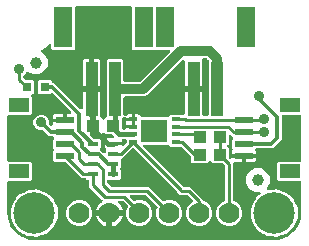
<source format=gbr>
G04 EAGLE Gerber RS-274X export*
G75*
%MOMM*%
%FSLAX34Y34*%
%LPD*%
%INTop Copper*%
%IPPOS*%
%AMOC8*
5,1,8,0,0,1.08239X$1,22.5*%
G01*
%ADD10R,1.075000X1.000000*%
%ADD11R,0.900000X0.450000*%
%ADD12C,1.778000*%
%ADD13R,1.550000X0.600000*%
%ADD14R,1.800000X1.200000*%
%ADD15C,1.000000*%
%ADD16C,3.516000*%
%ADD17R,0.800000X0.800000*%
%ADD18R,0.700000X0.350000*%
%ADD19R,2.300000X1.960000*%
%ADD20R,1.000000X4.600000*%
%ADD21R,1.600000X3.400000*%
%ADD22C,0.406400*%
%ADD23C,0.889000*%
%ADD24C,0.254000*%
%ADD25C,0.304800*%
%ADD26C,0.812800*%

G36*
X228622Y2543D02*
X228622Y2543D01*
X228700Y2545D01*
X232077Y2810D01*
X232145Y2824D01*
X232214Y2829D01*
X232370Y2869D01*
X238794Y4956D01*
X238901Y5006D01*
X239012Y5050D01*
X239063Y5083D01*
X239082Y5091D01*
X239097Y5104D01*
X239148Y5136D01*
X244612Y9107D01*
X244699Y9188D01*
X244746Y9227D01*
X244752Y9231D01*
X244753Y9232D01*
X244791Y9264D01*
X244829Y9310D01*
X244844Y9324D01*
X244855Y9342D01*
X244893Y9388D01*
X246586Y11717D01*
X246599Y11741D01*
X246616Y11761D01*
X246675Y11880D01*
X246739Y11996D01*
X246746Y12022D01*
X246758Y12046D01*
X246785Y12174D01*
X246799Y12185D01*
X246823Y12196D01*
X246925Y12280D01*
X247031Y12361D01*
X247048Y12382D01*
X247068Y12399D01*
X247171Y12523D01*
X248864Y14852D01*
X248921Y14956D01*
X248985Y15056D01*
X249007Y15113D01*
X249017Y15131D01*
X249022Y15151D01*
X249044Y15206D01*
X251131Y21630D01*
X251144Y21698D01*
X251167Y21764D01*
X251190Y21923D01*
X251455Y25300D01*
X251455Y25304D01*
X251456Y25307D01*
X251455Y25326D01*
X251459Y25400D01*
X251459Y51598D01*
X251444Y51716D01*
X251437Y51835D01*
X251424Y51873D01*
X251419Y51914D01*
X251376Y52024D01*
X251339Y52137D01*
X251317Y52172D01*
X251302Y52209D01*
X251233Y52305D01*
X251169Y52406D01*
X251139Y52434D01*
X251116Y52467D01*
X251024Y52543D01*
X250937Y52624D01*
X250902Y52644D01*
X250871Y52669D01*
X250763Y52720D01*
X250659Y52778D01*
X250619Y52788D01*
X250583Y52805D01*
X250466Y52827D01*
X250351Y52857D01*
X250291Y52861D01*
X250271Y52865D01*
X250250Y52863D01*
X250190Y52867D01*
X231983Y52867D01*
X230792Y54058D01*
X230792Y67742D01*
X231983Y68933D01*
X250190Y68933D01*
X250308Y68948D01*
X250427Y68955D01*
X250465Y68968D01*
X250506Y68973D01*
X250616Y69016D01*
X250729Y69053D01*
X250764Y69075D01*
X250801Y69090D01*
X250897Y69159D01*
X250998Y69223D01*
X251026Y69253D01*
X251059Y69276D01*
X251135Y69368D01*
X251216Y69455D01*
X251236Y69490D01*
X251261Y69521D01*
X251312Y69629D01*
X251370Y69733D01*
X251380Y69773D01*
X251397Y69809D01*
X251419Y69926D01*
X251449Y70041D01*
X251453Y70101D01*
X251457Y70121D01*
X251455Y70142D01*
X251459Y70202D01*
X251459Y107598D01*
X251444Y107716D01*
X251437Y107835D01*
X251424Y107873D01*
X251419Y107914D01*
X251376Y108024D01*
X251339Y108137D01*
X251317Y108172D01*
X251302Y108209D01*
X251233Y108305D01*
X251169Y108406D01*
X251139Y108434D01*
X251116Y108467D01*
X251024Y108543D01*
X250937Y108624D01*
X250902Y108644D01*
X250871Y108669D01*
X250763Y108720D01*
X250659Y108778D01*
X250619Y108788D01*
X250583Y108805D01*
X250466Y108827D01*
X250351Y108857D01*
X250291Y108861D01*
X250271Y108865D01*
X250250Y108863D01*
X250190Y108867D01*
X235966Y108867D01*
X235848Y108852D01*
X235729Y108845D01*
X235691Y108832D01*
X235650Y108827D01*
X235540Y108784D01*
X235427Y108747D01*
X235392Y108725D01*
X235355Y108710D01*
X235259Y108641D01*
X235158Y108577D01*
X235130Y108547D01*
X235097Y108524D01*
X235021Y108432D01*
X234940Y108345D01*
X234920Y108310D01*
X234895Y108279D01*
X234844Y108171D01*
X234786Y108067D01*
X234776Y108027D01*
X234759Y107991D01*
X234737Y107874D01*
X234707Y107759D01*
X234703Y107699D01*
X234699Y107679D01*
X234701Y107658D01*
X234697Y107598D01*
X234697Y87427D01*
X227613Y80343D01*
X213719Y80343D01*
X213588Y80327D01*
X213456Y80316D01*
X213430Y80307D01*
X213404Y80303D01*
X213281Y80255D01*
X213156Y80211D01*
X213133Y80196D01*
X213108Y80186D01*
X213001Y80109D01*
X212891Y80035D01*
X212873Y80015D01*
X212851Y80000D01*
X212766Y79897D01*
X212678Y79799D01*
X212665Y79775D01*
X212648Y79755D01*
X212591Y79635D01*
X212530Y79518D01*
X212524Y79491D01*
X212512Y79467D01*
X212487Y79337D01*
X212457Y79208D01*
X212458Y79181D01*
X212453Y79155D01*
X212461Y79023D01*
X212463Y78890D01*
X212471Y78864D01*
X212472Y78837D01*
X212513Y78711D01*
X212549Y78584D01*
X212566Y78549D01*
X212570Y78535D01*
X212582Y78516D01*
X212620Y78439D01*
X212943Y77881D01*
X213116Y77234D01*
X213116Y75399D01*
X203055Y75399D01*
X202937Y75384D01*
X202818Y75377D01*
X202811Y75375D01*
X202755Y75389D01*
X202695Y75393D01*
X202675Y75397D01*
X202655Y75395D01*
X202595Y75399D01*
X192534Y75399D01*
X192534Y77234D01*
X192707Y77881D01*
X193083Y78531D01*
X193095Y78545D01*
X193114Y78581D01*
X193138Y78612D01*
X193186Y78722D01*
X193240Y78828D01*
X193249Y78867D01*
X193265Y78904D01*
X193283Y79022D01*
X193310Y79139D01*
X193308Y79178D01*
X193315Y79218D01*
X193304Y79337D01*
X193300Y79457D01*
X193289Y79495D01*
X193285Y79535D01*
X193245Y79647D01*
X193212Y79762D01*
X193191Y79796D01*
X193178Y79834D01*
X193111Y79933D01*
X193050Y80036D01*
X193042Y80045D01*
X193042Y87742D01*
X193303Y88002D01*
X193376Y88097D01*
X193455Y88186D01*
X193473Y88222D01*
X193498Y88254D01*
X193545Y88363D01*
X193599Y88469D01*
X193608Y88508D01*
X193624Y88546D01*
X193643Y88663D01*
X193669Y88779D01*
X193668Y88820D01*
X193674Y88860D01*
X193663Y88978D01*
X193659Y89097D01*
X193648Y89136D01*
X193644Y89176D01*
X193604Y89288D01*
X193571Y89403D01*
X193550Y89438D01*
X193537Y89476D01*
X193470Y89574D01*
X193409Y89677D01*
X193369Y89722D01*
X193358Y89739D01*
X193343Y89752D01*
X193303Y89797D01*
X192989Y90112D01*
X192966Y90169D01*
X192938Y90264D01*
X192908Y90316D01*
X192885Y90372D01*
X192827Y90453D01*
X192777Y90538D01*
X192711Y90613D01*
X192699Y90630D01*
X192689Y90638D01*
X192671Y90659D01*
X192065Y91265D01*
X191955Y91350D01*
X191848Y91439D01*
X191829Y91447D01*
X191813Y91460D01*
X191685Y91515D01*
X191560Y91574D01*
X191540Y91578D01*
X191521Y91586D01*
X191383Y91608D01*
X191247Y91634D01*
X191227Y91633D01*
X191207Y91636D01*
X191068Y91623D01*
X190930Y91614D01*
X190911Y91608D01*
X190891Y91606D01*
X190760Y91559D01*
X190628Y91516D01*
X190610Y91505D01*
X190591Y91498D01*
X190477Y91421D01*
X190359Y91346D01*
X190345Y91331D01*
X190328Y91320D01*
X190236Y91216D01*
X190141Y91114D01*
X190131Y91097D01*
X190118Y91081D01*
X190054Y90958D01*
X189987Y90836D01*
X189982Y90816D01*
X189973Y90798D01*
X189943Y90662D01*
X189908Y90528D01*
X189906Y90500D01*
X189903Y90488D01*
X189904Y90467D01*
X189898Y90367D01*
X189898Y84328D01*
X189017Y83448D01*
X188944Y83354D01*
X188865Y83264D01*
X188847Y83228D01*
X188822Y83196D01*
X188775Y83087D01*
X188721Y82981D01*
X188712Y82942D01*
X188696Y82904D01*
X188677Y82787D01*
X188651Y82671D01*
X188652Y82630D01*
X188646Y82590D01*
X188657Y82472D01*
X188661Y82353D01*
X188672Y82314D01*
X188676Y82274D01*
X188716Y82161D01*
X188749Y82047D01*
X188770Y82013D01*
X188783Y81974D01*
X188850Y81876D01*
X188911Y81773D01*
X188951Y81728D01*
X188962Y81711D01*
X188977Y81698D01*
X189017Y81653D01*
X189898Y80772D01*
X189898Y72719D01*
X189910Y72621D01*
X189913Y72522D01*
X189930Y72463D01*
X189938Y72403D01*
X189974Y72311D01*
X190002Y72216D01*
X190032Y72164D01*
X190055Y72108D01*
X190113Y72028D01*
X190163Y71942D01*
X190229Y71867D01*
X190241Y71850D01*
X190251Y71842D01*
X190269Y71821D01*
X190368Y71723D01*
X190477Y71638D01*
X190584Y71549D01*
X190603Y71541D01*
X190619Y71528D01*
X190747Y71473D01*
X190872Y71414D01*
X190892Y71410D01*
X190911Y71402D01*
X191049Y71380D01*
X191185Y71354D01*
X191205Y71355D01*
X191225Y71352D01*
X191364Y71365D01*
X191502Y71374D01*
X191521Y71380D01*
X191541Y71382D01*
X191673Y71429D01*
X191804Y71472D01*
X191822Y71483D01*
X191841Y71490D01*
X191956Y71568D01*
X192073Y71642D01*
X192087Y71657D01*
X192104Y71668D01*
X192196Y71772D01*
X192291Y71874D01*
X192301Y71891D01*
X192314Y71907D01*
X192378Y72030D01*
X192445Y72152D01*
X192450Y72172D01*
X192459Y72190D01*
X192489Y72326D01*
X192509Y72401D01*
X201326Y72401D01*
X201326Y68359D01*
X195072Y68359D01*
X194954Y68344D01*
X194835Y68337D01*
X194797Y68324D01*
X194756Y68319D01*
X194646Y68276D01*
X194533Y68239D01*
X194498Y68217D01*
X194461Y68202D01*
X194365Y68133D01*
X194264Y68069D01*
X194236Y68039D01*
X194203Y68016D01*
X194127Y67924D01*
X194046Y67837D01*
X194026Y67802D01*
X194001Y67771D01*
X193950Y67663D01*
X193892Y67559D01*
X193882Y67519D01*
X193865Y67483D01*
X193843Y67366D01*
X193813Y67251D01*
X193809Y67191D01*
X193805Y67171D01*
X193807Y67150D01*
X193803Y67090D01*
X193803Y36703D01*
X193806Y36674D01*
X193804Y36644D01*
X193826Y36516D01*
X193843Y36387D01*
X193853Y36360D01*
X193858Y36331D01*
X193912Y36212D01*
X193960Y36092D01*
X193977Y36068D01*
X193989Y36041D01*
X194070Y35939D01*
X194146Y35834D01*
X194169Y35815D01*
X194188Y35792D01*
X194291Y35714D01*
X194391Y35631D01*
X194418Y35619D01*
X194442Y35601D01*
X194586Y35530D01*
X196687Y34660D01*
X199760Y31587D01*
X201423Y27573D01*
X201423Y23227D01*
X199760Y19213D01*
X196687Y16140D01*
X192673Y14477D01*
X188327Y14477D01*
X184313Y16140D01*
X181240Y19213D01*
X179577Y23227D01*
X179577Y27573D01*
X181240Y31587D01*
X184313Y34660D01*
X186414Y35530D01*
X186439Y35545D01*
X186467Y35554D01*
X186577Y35623D01*
X186690Y35688D01*
X186711Y35708D01*
X186736Y35724D01*
X186825Y35819D01*
X186918Y35909D01*
X186934Y35934D01*
X186954Y35956D01*
X187017Y36069D01*
X187085Y36180D01*
X187093Y36208D01*
X187108Y36234D01*
X187140Y36360D01*
X187178Y36484D01*
X187180Y36513D01*
X187187Y36542D01*
X187197Y36703D01*
X187197Y65026D01*
X187185Y65124D01*
X187182Y65223D01*
X187165Y65282D01*
X187157Y65342D01*
X187121Y65434D01*
X187093Y65529D01*
X187063Y65581D01*
X187040Y65637D01*
X186982Y65717D01*
X186932Y65803D01*
X186866Y65878D01*
X186854Y65895D01*
X186844Y65903D01*
X186826Y65924D01*
X185224Y67526D01*
X185145Y67586D01*
X185073Y67654D01*
X185020Y67683D01*
X184972Y67720D01*
X184881Y67760D01*
X184795Y67808D01*
X184736Y67823D01*
X184681Y67847D01*
X184583Y67862D01*
X184487Y67887D01*
X184387Y67893D01*
X184367Y67897D01*
X184354Y67895D01*
X184326Y67897D01*
X176273Y67897D01*
X174887Y69283D01*
X174793Y69356D01*
X174704Y69435D01*
X174668Y69453D01*
X174636Y69478D01*
X174527Y69525D01*
X174421Y69579D01*
X174382Y69588D01*
X174344Y69604D01*
X174227Y69623D01*
X174111Y69649D01*
X174070Y69648D01*
X174030Y69654D01*
X173912Y69643D01*
X173793Y69639D01*
X173754Y69628D01*
X173714Y69624D01*
X173602Y69584D01*
X173487Y69551D01*
X173452Y69530D01*
X173414Y69517D01*
X173316Y69450D01*
X173213Y69389D01*
X173168Y69349D01*
X173151Y69338D01*
X173138Y69323D01*
X173092Y69283D01*
X171707Y67897D01*
X159273Y67897D01*
X158082Y69088D01*
X158082Y72941D01*
X158070Y73039D01*
X158067Y73138D01*
X158050Y73197D01*
X158042Y73257D01*
X158006Y73349D01*
X157978Y73444D01*
X157948Y73496D01*
X157925Y73552D01*
X157867Y73632D01*
X157817Y73718D01*
X157751Y73793D01*
X157739Y73810D01*
X157729Y73818D01*
X157711Y73839D01*
X150204Y81346D01*
X150125Y81406D01*
X150053Y81474D01*
X150000Y81503D01*
X149952Y81540D01*
X149861Y81580D01*
X149775Y81628D01*
X149716Y81643D01*
X149661Y81667D01*
X149563Y81682D01*
X149467Y81707D01*
X149367Y81713D01*
X149346Y81717D01*
X149334Y81715D01*
X149306Y81717D01*
X140658Y81717D01*
X139330Y83046D01*
X139251Y83106D01*
X139179Y83174D01*
X139126Y83203D01*
X139078Y83240D01*
X138988Y83280D01*
X138901Y83328D01*
X138842Y83343D01*
X138787Y83367D01*
X138689Y83382D01*
X138593Y83407D01*
X138493Y83413D01*
X138473Y83417D01*
X138460Y83415D01*
X138432Y83417D01*
X118818Y83417D01*
X118680Y83400D01*
X118541Y83387D01*
X118522Y83380D01*
X118502Y83377D01*
X118373Y83326D01*
X118242Y83279D01*
X118225Y83268D01*
X118207Y83260D01*
X118094Y83179D01*
X117979Y83101D01*
X117966Y83085D01*
X117949Y83074D01*
X117860Y82966D01*
X117768Y82862D01*
X117759Y82844D01*
X117746Y82829D01*
X117687Y82703D01*
X117624Y82579D01*
X117619Y82559D01*
X117611Y82541D01*
X117585Y82405D01*
X117554Y82269D01*
X117555Y82248D01*
X117551Y82229D01*
X117560Y82090D01*
X117564Y81951D01*
X117570Y81931D01*
X117571Y81911D01*
X117614Y81779D01*
X117652Y81645D01*
X117663Y81628D01*
X117669Y81609D01*
X117743Y81491D01*
X117814Y81371D01*
X117832Y81350D01*
X117839Y81340D01*
X117854Y81326D01*
X117920Y81251D01*
X150586Y48584D01*
X150665Y48524D01*
X150737Y48456D01*
X150790Y48427D01*
X150809Y48411D01*
X151096Y48124D01*
X151175Y48064D01*
X151247Y47996D01*
X151300Y47967D01*
X151348Y47930D01*
X151439Y47890D01*
X151525Y47842D01*
X151584Y47827D01*
X151639Y47803D01*
X151737Y47788D01*
X151833Y47763D01*
X151933Y47757D01*
X151954Y47753D01*
X151966Y47755D01*
X151994Y47753D01*
X157578Y47753D01*
X168403Y36928D01*
X168403Y36703D01*
X168406Y36673D01*
X168404Y36644D01*
X168426Y36516D01*
X168443Y36387D01*
X168453Y36360D01*
X168458Y36331D01*
X168512Y36212D01*
X168560Y36091D01*
X168577Y36068D01*
X168589Y36041D01*
X168670Y35939D01*
X168746Y35834D01*
X168769Y35815D01*
X168788Y35792D01*
X168891Y35714D01*
X168991Y35631D01*
X169018Y35619D01*
X169042Y35601D01*
X169186Y35530D01*
X171287Y34660D01*
X174360Y31587D01*
X176023Y27573D01*
X176023Y23227D01*
X174360Y19213D01*
X171287Y16140D01*
X167273Y14477D01*
X162927Y14477D01*
X158913Y16140D01*
X155840Y19213D01*
X154177Y23227D01*
X154177Y27573D01*
X155840Y31587D01*
X158923Y34670D01*
X158957Y34682D01*
X159047Y34744D01*
X159143Y34798D01*
X159179Y34833D01*
X159220Y34861D01*
X159292Y34943D01*
X159371Y35020D01*
X159397Y35062D01*
X159430Y35099D01*
X159480Y35197D01*
X159538Y35291D01*
X159552Y35338D01*
X159575Y35382D01*
X159599Y35490D01*
X159631Y35595D01*
X159633Y35644D01*
X159644Y35693D01*
X159641Y35803D01*
X159646Y35912D01*
X159636Y35961D01*
X159635Y36011D01*
X159604Y36116D01*
X159582Y36224D01*
X159560Y36268D01*
X159546Y36316D01*
X159490Y36411D01*
X159442Y36509D01*
X159410Y36547D01*
X159385Y36590D01*
X159278Y36711D01*
X155214Y40776D01*
X155135Y40836D01*
X155063Y40904D01*
X155010Y40933D01*
X154962Y40970D01*
X154871Y41010D01*
X154785Y41058D01*
X154726Y41073D01*
X154671Y41097D01*
X154573Y41112D01*
X154477Y41137D01*
X154377Y41143D01*
X154356Y41147D01*
X154344Y41145D01*
X154316Y41147D01*
X148272Y41147D01*
X146324Y43095D01*
X146322Y43164D01*
X146305Y43222D01*
X146297Y43282D01*
X146261Y43374D01*
X146233Y43469D01*
X146203Y43521D01*
X146180Y43577D01*
X146122Y43658D01*
X146072Y43743D01*
X146006Y43818D01*
X145994Y43835D01*
X145984Y43843D01*
X145965Y43864D01*
X145916Y43913D01*
X145916Y43914D01*
X109898Y79932D01*
X109803Y80005D01*
X109714Y80083D01*
X109678Y80102D01*
X109646Y80127D01*
X109537Y80174D01*
X109431Y80228D01*
X109392Y80237D01*
X109354Y80253D01*
X109237Y80272D01*
X109121Y80298D01*
X109080Y80297D01*
X109040Y80303D01*
X108922Y80292D01*
X108803Y80288D01*
X108764Y80277D01*
X108724Y80273D01*
X108611Y80233D01*
X108497Y80200D01*
X108463Y80179D01*
X108424Y80165D01*
X108326Y80099D01*
X108223Y80038D01*
X108178Y79998D01*
X108161Y79987D01*
X108148Y79972D01*
X108103Y79932D01*
X99971Y71800D01*
X99885Y71795D01*
X99847Y71782D01*
X99806Y71777D01*
X99696Y71734D01*
X99583Y71697D01*
X99548Y71675D01*
X99511Y71660D01*
X99415Y71591D01*
X99314Y71527D01*
X99286Y71497D01*
X99253Y71474D01*
X99177Y71382D01*
X99096Y71295D01*
X99076Y71260D01*
X99051Y71229D01*
X99000Y71121D01*
X98942Y71017D01*
X98932Y70977D01*
X98915Y70941D01*
X98893Y70824D01*
X98863Y70709D01*
X98859Y70649D01*
X98855Y70629D01*
X98857Y70608D01*
X98853Y70548D01*
X98853Y64028D01*
X98342Y63517D01*
X98269Y63423D01*
X98190Y63334D01*
X98172Y63298D01*
X98147Y63266D01*
X98100Y63157D01*
X98046Y63051D01*
X98037Y63012D01*
X98021Y62974D01*
X98002Y62857D01*
X97976Y62741D01*
X97977Y62700D01*
X97971Y62660D01*
X97982Y62542D01*
X97986Y62423D01*
X97997Y62384D01*
X98001Y62344D01*
X98041Y62232D01*
X98074Y62117D01*
X98095Y62082D01*
X98108Y62044D01*
X98175Y61946D01*
X98236Y61843D01*
X98276Y61798D01*
X98287Y61781D01*
X98302Y61768D01*
X98342Y61722D01*
X98853Y61212D01*
X98853Y55028D01*
X97662Y53837D01*
X88392Y53837D01*
X88274Y53822D01*
X88155Y53815D01*
X88117Y53802D01*
X88076Y53797D01*
X87966Y53754D01*
X87853Y53717D01*
X87818Y53695D01*
X87781Y53680D01*
X87685Y53611D01*
X87584Y53547D01*
X87556Y53517D01*
X87523Y53494D01*
X87447Y53402D01*
X87366Y53315D01*
X87346Y53280D01*
X87321Y53249D01*
X87270Y53141D01*
X87212Y53037D01*
X87202Y52997D01*
X87185Y52961D01*
X87163Y52844D01*
X87133Y52729D01*
X87129Y52669D01*
X87125Y52649D01*
X87127Y52628D01*
X87123Y52568D01*
X87123Y51424D01*
X87135Y51326D01*
X87138Y51227D01*
X87155Y51168D01*
X87163Y51108D01*
X87199Y51016D01*
X87227Y50921D01*
X87257Y50869D01*
X87280Y50813D01*
X87338Y50733D01*
X87388Y50647D01*
X87454Y50572D01*
X87466Y50555D01*
X87476Y50547D01*
X87494Y50526D01*
X89896Y48124D01*
X89975Y48064D01*
X90047Y47996D01*
X90100Y47967D01*
X90148Y47930D01*
X90239Y47890D01*
X90325Y47842D01*
X90384Y47827D01*
X90439Y47803D01*
X90537Y47788D01*
X90633Y47763D01*
X90733Y47757D01*
X90754Y47753D01*
X90766Y47755D01*
X90794Y47753D01*
X122018Y47753D01*
X124324Y45446D01*
X134043Y35728D01*
X134067Y35709D01*
X134086Y35687D01*
X134192Y35612D01*
X134294Y35533D01*
X134322Y35521D01*
X134346Y35504D01*
X134467Y35458D01*
X134586Y35406D01*
X134615Y35402D01*
X134643Y35391D01*
X134772Y35377D01*
X134900Y35356D01*
X134930Y35359D01*
X134959Y35356D01*
X135088Y35374D01*
X135217Y35386D01*
X135245Y35396D01*
X135274Y35400D01*
X135426Y35452D01*
X137527Y36323D01*
X141873Y36323D01*
X145887Y34660D01*
X148960Y31587D01*
X150623Y27573D01*
X150623Y23227D01*
X148960Y19213D01*
X145887Y16140D01*
X141873Y14477D01*
X137527Y14477D01*
X133513Y16140D01*
X130440Y19213D01*
X128777Y23227D01*
X128777Y27573D01*
X129648Y29674D01*
X129655Y29702D01*
X129669Y29728D01*
X129697Y29855D01*
X129731Y29980D01*
X129732Y30010D01*
X129738Y30039D01*
X129734Y30168D01*
X129737Y30298D01*
X129730Y30327D01*
X129729Y30357D01*
X129693Y30481D01*
X129662Y30608D01*
X129649Y30634D01*
X129640Y30662D01*
X129575Y30774D01*
X129514Y30889D01*
X129494Y30911D01*
X129479Y30936D01*
X129372Y31057D01*
X119654Y40776D01*
X119575Y40836D01*
X119503Y40904D01*
X119450Y40933D01*
X119402Y40970D01*
X119311Y41010D01*
X119225Y41058D01*
X119166Y41073D01*
X119111Y41097D01*
X119013Y41112D01*
X118917Y41137D01*
X118817Y41143D01*
X118796Y41147D01*
X118784Y41145D01*
X118756Y41147D01*
X107558Y41147D01*
X107420Y41130D01*
X107281Y41117D01*
X107262Y41110D01*
X107242Y41107D01*
X107113Y41056D01*
X106982Y41009D01*
X106965Y40998D01*
X106947Y40990D01*
X106834Y40909D01*
X106719Y40831D01*
X106706Y40815D01*
X106689Y40804D01*
X106600Y40696D01*
X106508Y40592D01*
X106499Y40574D01*
X106486Y40559D01*
X106427Y40433D01*
X106364Y40309D01*
X106359Y40289D01*
X106351Y40271D01*
X106325Y40135D01*
X106294Y39999D01*
X106295Y39978D01*
X106291Y39959D01*
X106300Y39820D01*
X106304Y39681D01*
X106310Y39661D01*
X106311Y39641D01*
X106354Y39509D01*
X106392Y39375D01*
X106403Y39358D01*
X106409Y39339D01*
X106483Y39221D01*
X106554Y39101D01*
X106572Y39080D01*
X106579Y39070D01*
X106594Y39056D01*
X106660Y38981D01*
X109541Y36100D01*
X109565Y36081D01*
X109584Y36059D01*
X109690Y35984D01*
X109792Y35905D01*
X109820Y35893D01*
X109844Y35876D01*
X109965Y35830D01*
X110084Y35778D01*
X110113Y35774D01*
X110141Y35763D01*
X110270Y35749D01*
X110398Y35728D01*
X110428Y35731D01*
X110457Y35728D01*
X110586Y35746D01*
X110715Y35758D01*
X110743Y35768D01*
X110772Y35772D01*
X110924Y35824D01*
X112127Y36323D01*
X116473Y36323D01*
X120487Y34660D01*
X123560Y31587D01*
X125223Y27573D01*
X125223Y23227D01*
X123560Y19213D01*
X120487Y16140D01*
X116473Y14477D01*
X112127Y14477D01*
X108113Y16140D01*
X105040Y19213D01*
X103377Y23227D01*
X103377Y27573D01*
X104619Y30572D01*
X104627Y30600D01*
X104641Y30626D01*
X104669Y30753D01*
X104703Y30878D01*
X104704Y30908D01*
X104710Y30937D01*
X104706Y31066D01*
X104708Y31196D01*
X104702Y31225D01*
X104701Y31255D01*
X104665Y31379D01*
X104634Y31506D01*
X104620Y31532D01*
X104612Y31560D01*
X104546Y31672D01*
X104486Y31787D01*
X104466Y31809D01*
X104451Y31834D01*
X104344Y31955D01*
X100604Y35696D01*
X100525Y35756D01*
X100453Y35824D01*
X100400Y35853D01*
X100352Y35890D01*
X100261Y35930D01*
X100175Y35978D01*
X100116Y35993D01*
X100061Y36017D01*
X99963Y36032D01*
X99867Y36057D01*
X99767Y36063D01*
X99746Y36067D01*
X99734Y36065D01*
X99706Y36067D01*
X97462Y36067D01*
X97324Y36050D01*
X97186Y36037D01*
X97167Y36030D01*
X97147Y36027D01*
X97018Y35976D01*
X96887Y35929D01*
X96870Y35918D01*
X96851Y35910D01*
X96739Y35829D01*
X96624Y35751D01*
X96610Y35735D01*
X96594Y35724D01*
X96505Y35616D01*
X96413Y35512D01*
X96404Y35494D01*
X96391Y35479D01*
X96332Y35353D01*
X96269Y35229D01*
X96264Y35209D01*
X96256Y35191D01*
X96229Y35054D01*
X96199Y34919D01*
X96200Y34898D01*
X96196Y34879D01*
X96204Y34740D01*
X96209Y34601D01*
X96214Y34581D01*
X96216Y34561D01*
X96258Y34429D01*
X96297Y34295D01*
X96307Y34278D01*
X96314Y34259D01*
X96388Y34141D01*
X96459Y34021D01*
X96477Y34000D01*
X96484Y33990D01*
X96499Y33976D01*
X96565Y33901D01*
X97619Y32847D01*
X98677Y31391D01*
X99493Y29788D01*
X100049Y28077D01*
X100077Y27899D01*
X90130Y27899D01*
X90012Y27884D01*
X89893Y27877D01*
X89855Y27864D01*
X89815Y27859D01*
X89704Y27816D01*
X89591Y27779D01*
X89557Y27757D01*
X89519Y27742D01*
X89423Y27673D01*
X89322Y27609D01*
X89294Y27579D01*
X89262Y27556D01*
X89186Y27464D01*
X89104Y27377D01*
X89085Y27342D01*
X89059Y27311D01*
X89008Y27203D01*
X88951Y27099D01*
X88941Y27059D01*
X88923Y27023D01*
X88903Y26916D01*
X88899Y26946D01*
X88855Y27056D01*
X88819Y27169D01*
X88797Y27204D01*
X88782Y27241D01*
X88712Y27337D01*
X88649Y27438D01*
X88619Y27466D01*
X88595Y27499D01*
X88504Y27575D01*
X88417Y27656D01*
X88382Y27676D01*
X88350Y27701D01*
X88243Y27752D01*
X88138Y27810D01*
X88099Y27820D01*
X88063Y27837D01*
X87946Y27859D01*
X87830Y27889D01*
X87770Y27893D01*
X87750Y27897D01*
X87730Y27895D01*
X87670Y27899D01*
X77723Y27899D01*
X77751Y28077D01*
X78307Y29788D01*
X79123Y31391D01*
X80181Y32847D01*
X81453Y34119D01*
X82694Y35020D01*
X82737Y35061D01*
X82786Y35094D01*
X82852Y35169D01*
X82925Y35238D01*
X82957Y35288D01*
X82997Y35333D01*
X83042Y35422D01*
X83096Y35506D01*
X83114Y35563D01*
X83141Y35616D01*
X83163Y35713D01*
X83194Y35809D01*
X83198Y35868D01*
X83211Y35926D01*
X83208Y36026D01*
X83214Y36126D01*
X83203Y36184D01*
X83201Y36244D01*
X83174Y36340D01*
X83155Y36438D01*
X83129Y36492D01*
X83113Y36549D01*
X83062Y36635D01*
X83020Y36726D01*
X82982Y36772D01*
X82951Y36823D01*
X82845Y36944D01*
X72017Y47772D01*
X72017Y52568D01*
X72002Y52686D01*
X71995Y52805D01*
X71982Y52843D01*
X71977Y52884D01*
X71934Y52994D01*
X71897Y53107D01*
X71875Y53142D01*
X71860Y53179D01*
X71791Y53275D01*
X71727Y53376D01*
X71697Y53404D01*
X71674Y53437D01*
X71582Y53513D01*
X71495Y53594D01*
X71460Y53614D01*
X71429Y53639D01*
X71321Y53690D01*
X71217Y53748D01*
X71177Y53758D01*
X71141Y53775D01*
X71024Y53797D01*
X70909Y53827D01*
X70849Y53831D01*
X70829Y53835D01*
X70808Y53833D01*
X70748Y53837D01*
X69978Y53837D01*
X69370Y54445D01*
X69292Y54506D01*
X69219Y54574D01*
X69166Y54603D01*
X69119Y54640D01*
X69028Y54680D01*
X68941Y54728D01*
X68882Y54743D01*
X68827Y54767D01*
X68729Y54782D01*
X68633Y54807D01*
X68533Y54813D01*
X68513Y54817D01*
X68500Y54815D01*
X68472Y54817D01*
X65587Y54817D01*
X51909Y68496D01*
X51830Y68556D01*
X51758Y68624D01*
X51705Y68653D01*
X51657Y68690D01*
X51566Y68730D01*
X51480Y68778D01*
X51421Y68793D01*
X51366Y68817D01*
X51268Y68832D01*
X51172Y68857D01*
X51072Y68863D01*
X51051Y68867D01*
X51039Y68865D01*
X51011Y68867D01*
X42583Y68867D01*
X41392Y70058D01*
X41392Y77742D01*
X41653Y78003D01*
X41726Y78097D01*
X41805Y78186D01*
X41823Y78222D01*
X41848Y78254D01*
X41895Y78363D01*
X41949Y78469D01*
X41958Y78508D01*
X41974Y78546D01*
X41993Y78663D01*
X42019Y78779D01*
X42018Y78820D01*
X42024Y78860D01*
X42013Y78979D01*
X42009Y79097D01*
X41998Y79136D01*
X41994Y79176D01*
X41954Y79289D01*
X41921Y79403D01*
X41900Y79438D01*
X41887Y79476D01*
X41820Y79574D01*
X41759Y79677D01*
X41719Y79722D01*
X41708Y79739D01*
X41693Y79752D01*
X41653Y79798D01*
X41392Y80058D01*
X41392Y87742D01*
X41653Y88003D01*
X41726Y88097D01*
X41805Y88186D01*
X41823Y88222D01*
X41848Y88254D01*
X41895Y88363D01*
X41949Y88469D01*
X41958Y88508D01*
X41974Y88546D01*
X41993Y88663D01*
X42019Y88779D01*
X42018Y88820D01*
X42024Y88860D01*
X42013Y88978D01*
X42009Y89097D01*
X41998Y89136D01*
X41994Y89176D01*
X41954Y89289D01*
X41921Y89403D01*
X41900Y89438D01*
X41887Y89476D01*
X41820Y89574D01*
X41759Y89677D01*
X41719Y89722D01*
X41708Y89739D01*
X41693Y89752D01*
X41653Y89798D01*
X41479Y89972D01*
X41401Y90032D01*
X41328Y90100D01*
X41275Y90129D01*
X41228Y90166D01*
X41137Y90206D01*
X41050Y90254D01*
X40991Y90269D01*
X40936Y90293D01*
X40838Y90308D01*
X40742Y90333D01*
X40642Y90339D01*
X40622Y90343D01*
X40609Y90341D01*
X40581Y90343D01*
X37977Y90343D01*
X32935Y95386D01*
X32856Y95446D01*
X32784Y95514D01*
X32731Y95543D01*
X32683Y95580D01*
X32592Y95620D01*
X32506Y95668D01*
X32447Y95683D01*
X32391Y95707D01*
X32293Y95722D01*
X32198Y95747D01*
X32098Y95753D01*
X32077Y95757D01*
X32065Y95755D01*
X32037Y95757D01*
X29826Y95757D01*
X27446Y96743D01*
X25623Y98566D01*
X24637Y100946D01*
X24637Y103524D01*
X25623Y105904D01*
X27446Y107727D01*
X29826Y108713D01*
X32404Y108713D01*
X34784Y107727D01*
X36607Y105904D01*
X37593Y103524D01*
X37593Y101313D01*
X37605Y101215D01*
X37608Y101116D01*
X37625Y101058D01*
X37633Y100997D01*
X37669Y100905D01*
X37697Y100810D01*
X37727Y100758D01*
X37750Y100702D01*
X37808Y100622D01*
X37858Y100536D01*
X37924Y100461D01*
X37936Y100444D01*
X37946Y100437D01*
X37964Y100416D01*
X38718Y99662D01*
X38827Y99577D01*
X38934Y99489D01*
X38953Y99480D01*
X38969Y99468D01*
X39097Y99412D01*
X39222Y99353D01*
X39242Y99349D01*
X39261Y99341D01*
X39399Y99319D01*
X39535Y99293D01*
X39555Y99294D01*
X39575Y99291D01*
X39714Y99304D01*
X39852Y99313D01*
X39871Y99319D01*
X39891Y99321D01*
X40022Y99368D01*
X40154Y99411D01*
X40172Y99422D01*
X40191Y99429D01*
X40305Y99507D01*
X40423Y99581D01*
X40437Y99596D01*
X40454Y99607D01*
X40546Y99711D01*
X40641Y99813D01*
X40651Y99831D01*
X40664Y99846D01*
X40727Y99969D01*
X40795Y100091D01*
X40800Y100111D01*
X40809Y100129D01*
X40839Y100265D01*
X40874Y100399D01*
X40876Y100427D01*
X40879Y100439D01*
X40878Y100460D01*
X40884Y100560D01*
X40884Y102401D01*
X50945Y102401D01*
X51063Y102416D01*
X51182Y102423D01*
X51220Y102435D01*
X51260Y102441D01*
X51371Y102484D01*
X51484Y102521D01*
X51518Y102543D01*
X51556Y102558D01*
X51652Y102627D01*
X51753Y102691D01*
X51781Y102721D01*
X51813Y102744D01*
X51889Y102836D01*
X51971Y102923D01*
X51990Y102958D01*
X52016Y102989D01*
X52036Y103033D01*
X52112Y103088D01*
X52213Y103151D01*
X52241Y103181D01*
X52274Y103205D01*
X52350Y103296D01*
X52431Y103383D01*
X52451Y103418D01*
X52476Y103450D01*
X52527Y103557D01*
X52585Y103662D01*
X52595Y103701D01*
X52612Y103737D01*
X52634Y103854D01*
X52664Y103970D01*
X52668Y104030D01*
X52672Y104050D01*
X52670Y104070D01*
X52674Y104130D01*
X52674Y109441D01*
X55185Y109441D01*
X55323Y109458D01*
X55461Y109471D01*
X55481Y109478D01*
X55501Y109481D01*
X55630Y109532D01*
X55761Y109579D01*
X55778Y109590D01*
X55796Y109598D01*
X55909Y109679D01*
X56024Y109757D01*
X56037Y109773D01*
X56054Y109784D01*
X56142Y109892D01*
X56234Y109996D01*
X56244Y110014D01*
X56256Y110029D01*
X56316Y110155D01*
X56379Y110279D01*
X56383Y110299D01*
X56392Y110317D01*
X56418Y110453D01*
X56449Y110589D01*
X56448Y110610D01*
X56452Y110629D01*
X56443Y110768D01*
X56439Y110907D01*
X56433Y110927D01*
X56432Y110947D01*
X56389Y111079D01*
X56351Y111213D01*
X56340Y111230D01*
X56334Y111249D01*
X56260Y111367D01*
X56189Y111487D01*
X56170Y111508D01*
X56164Y111518D01*
X56149Y111532D01*
X56083Y111607D01*
X41225Y126465D01*
X41131Y126538D01*
X41042Y126617D01*
X41006Y126635D01*
X40974Y126660D01*
X40864Y126707D01*
X40758Y126762D01*
X40719Y126770D01*
X40682Y126786D01*
X40564Y126805D01*
X40448Y126831D01*
X40408Y126830D01*
X40368Y126836D01*
X40249Y126825D01*
X40130Y126822D01*
X40091Y126810D01*
X40051Y126806D01*
X39939Y126766D01*
X39825Y126733D01*
X39790Y126713D01*
X39752Y126699D01*
X39653Y126632D01*
X39551Y126572D01*
X39505Y126532D01*
X39489Y126520D01*
X39475Y126505D01*
X39430Y126465D01*
X39012Y126047D01*
X29328Y126047D01*
X28137Y127238D01*
X28137Y136922D01*
X29328Y138113D01*
X39012Y138113D01*
X40203Y136922D01*
X40203Y136906D01*
X40218Y136788D01*
X40225Y136669D01*
X40238Y136631D01*
X40243Y136590D01*
X40286Y136480D01*
X40323Y136367D01*
X40345Y136332D01*
X40360Y136295D01*
X40429Y136199D01*
X40493Y136098D01*
X40523Y136070D01*
X40546Y136037D01*
X40638Y135961D01*
X40725Y135880D01*
X40760Y135860D01*
X40791Y135835D01*
X40899Y135784D01*
X41003Y135726D01*
X41043Y135716D01*
X41079Y135699D01*
X41196Y135677D01*
X41311Y135647D01*
X41371Y135643D01*
X41391Y135639D01*
X41412Y135641D01*
X41472Y135637D01*
X42113Y135637D01*
X44568Y133181D01*
X64113Y113637D01*
X64222Y113552D01*
X64329Y113464D01*
X64348Y113455D01*
X64364Y113442D01*
X64492Y113387D01*
X64617Y113328D01*
X64637Y113324D01*
X64656Y113316D01*
X64794Y113294D01*
X64930Y113268D01*
X64950Y113269D01*
X64970Y113266D01*
X65109Y113279D01*
X65247Y113288D01*
X65266Y113294D01*
X65286Y113296D01*
X65418Y113343D01*
X65549Y113386D01*
X65567Y113397D01*
X65586Y113404D01*
X65701Y113482D01*
X65818Y113556D01*
X65832Y113571D01*
X65849Y113582D01*
X65941Y113686D01*
X66036Y113788D01*
X66046Y113806D01*
X66059Y113821D01*
X66123Y113945D01*
X66190Y114066D01*
X66195Y114086D01*
X66204Y114104D01*
X66234Y114240D01*
X66269Y114374D01*
X66271Y114402D01*
X66274Y114414D01*
X66273Y114435D01*
X66279Y114535D01*
X66279Y128141D01*
X71321Y128141D01*
X71321Y107870D01*
X71336Y107752D01*
X71343Y107633D01*
X71355Y107595D01*
X71361Y107554D01*
X71404Y107444D01*
X71441Y107331D01*
X71463Y107296D01*
X71478Y107259D01*
X71547Y107163D01*
X71611Y107062D01*
X71641Y107034D01*
X71664Y107001D01*
X71756Y106925D01*
X71843Y106844D01*
X71878Y106824D01*
X71909Y106799D01*
X72017Y106748D01*
X72121Y106690D01*
X72161Y106680D01*
X72197Y106663D01*
X72314Y106641D01*
X72429Y106611D01*
X72489Y106607D01*
X72509Y106603D01*
X72530Y106605D01*
X72590Y106601D01*
X72821Y106601D01*
X72821Y100290D01*
X72836Y100172D01*
X72843Y100053D01*
X72855Y100015D01*
X72861Y99975D01*
X72904Y99864D01*
X72941Y99751D01*
X72963Y99717D01*
X72978Y99679D01*
X73047Y99583D01*
X73111Y99482D01*
X73141Y99454D01*
X73164Y99422D01*
X73256Y99346D01*
X73343Y99264D01*
X73378Y99245D01*
X73409Y99219D01*
X73517Y99168D01*
X73621Y99111D01*
X73661Y99101D01*
X73697Y99083D01*
X73804Y99063D01*
X73774Y99059D01*
X73664Y99015D01*
X73551Y98979D01*
X73516Y98957D01*
X73479Y98942D01*
X73382Y98872D01*
X73282Y98809D01*
X73254Y98779D01*
X73221Y98755D01*
X73145Y98664D01*
X73064Y98577D01*
X73044Y98542D01*
X73019Y98510D01*
X72968Y98403D01*
X72910Y98298D01*
X72900Y98259D01*
X72883Y98223D01*
X72861Y98106D01*
X72831Y97990D01*
X72827Y97930D01*
X72823Y97910D01*
X72825Y97890D01*
X72821Y97830D01*
X72821Y91485D01*
X72833Y91387D01*
X72836Y91288D01*
X72853Y91230D01*
X72861Y91169D01*
X72897Y91077D01*
X72925Y90982D01*
X72955Y90930D01*
X72978Y90874D01*
X73036Y90794D01*
X73086Y90708D01*
X73152Y90633D01*
X73164Y90616D01*
X73174Y90609D01*
X73192Y90588D01*
X75005Y88774D01*
X75084Y88714D01*
X75156Y88646D01*
X75209Y88617D01*
X75257Y88580D01*
X75348Y88540D01*
X75434Y88492D01*
X75493Y88477D01*
X75549Y88453D01*
X75647Y88438D01*
X75742Y88413D01*
X75842Y88407D01*
X75863Y88403D01*
X75875Y88405D01*
X75903Y88403D01*
X80662Y88403D01*
X81853Y87212D01*
X81853Y81028D01*
X81342Y80517D01*
X81269Y80423D01*
X81190Y80334D01*
X81172Y80298D01*
X81147Y80266D01*
X81100Y80157D01*
X81046Y80051D01*
X81037Y80012D01*
X81021Y79974D01*
X81002Y79857D01*
X80976Y79741D01*
X80977Y79700D01*
X80971Y79660D01*
X80982Y79542D01*
X80986Y79423D01*
X80997Y79384D01*
X81001Y79344D01*
X81041Y79232D01*
X81074Y79117D01*
X81095Y79082D01*
X81108Y79044D01*
X81175Y78946D01*
X81236Y78843D01*
X81276Y78798D01*
X81287Y78781D01*
X81302Y78768D01*
X81342Y78722D01*
X81994Y78070D01*
X82010Y78032D01*
X82068Y77952D01*
X82118Y77866D01*
X82184Y77791D01*
X82196Y77774D01*
X82206Y77767D01*
X82224Y77745D01*
X83621Y76349D01*
X83730Y76264D01*
X83837Y76176D01*
X83856Y76167D01*
X83872Y76155D01*
X83999Y76099D01*
X84125Y76040D01*
X84145Y76036D01*
X84164Y76028D01*
X84302Y76006D01*
X84438Y75980D01*
X84458Y75981D01*
X84478Y75978D01*
X84617Y75991D01*
X84755Y76000D01*
X84774Y76006D01*
X84794Y76008D01*
X84926Y76055D01*
X85057Y76098D01*
X85075Y76109D01*
X85094Y76116D01*
X85209Y76194D01*
X85326Y76268D01*
X85340Y76283D01*
X85357Y76294D01*
X85449Y76399D01*
X85544Y76500D01*
X85554Y76517D01*
X85567Y76533D01*
X85631Y76657D01*
X85698Y76778D01*
X85703Y76798D01*
X85712Y76816D01*
X85742Y76952D01*
X85777Y77086D01*
X85779Y77114D01*
X85782Y77126D01*
X85781Y77147D01*
X85787Y77247D01*
X85787Y78212D01*
X85939Y78363D01*
X86012Y78457D01*
X86090Y78547D01*
X86109Y78583D01*
X86134Y78615D01*
X86181Y78724D01*
X86235Y78830D01*
X86244Y78869D01*
X86260Y78906D01*
X86279Y79024D01*
X86305Y79140D01*
X86303Y79180D01*
X86310Y79220D01*
X86299Y79339D01*
X86295Y79458D01*
X86284Y79497D01*
X86280Y79537D01*
X86240Y79649D01*
X86207Y79764D01*
X86186Y79798D01*
X86172Y79836D01*
X86105Y79935D01*
X86045Y80038D01*
X86005Y80083D01*
X85994Y80100D01*
X85978Y80113D01*
X85939Y80158D01*
X85787Y80310D01*
X85452Y80889D01*
X85279Y81536D01*
X85279Y82851D01*
X92320Y82851D01*
X99614Y82851D01*
X99677Y82757D01*
X99693Y82744D01*
X99704Y82727D01*
X99812Y82638D01*
X99916Y82546D01*
X99934Y82537D01*
X99949Y82524D01*
X100075Y82465D01*
X100199Y82402D01*
X100219Y82397D01*
X100237Y82389D01*
X100374Y82363D01*
X100509Y82332D01*
X100530Y82333D01*
X100549Y82329D01*
X100688Y82338D01*
X100827Y82342D01*
X100847Y82348D01*
X100867Y82349D01*
X100999Y82392D01*
X101133Y82430D01*
X101150Y82441D01*
X101169Y82447D01*
X101287Y82521D01*
X101407Y82592D01*
X101428Y82610D01*
X101438Y82617D01*
X101452Y82632D01*
X101527Y82698D01*
X103096Y84266D01*
X103156Y84345D01*
X103224Y84417D01*
X103253Y84470D01*
X103290Y84518D01*
X103330Y84609D01*
X103378Y84695D01*
X103393Y84754D01*
X103417Y84809D01*
X103432Y84907D01*
X103457Y85003D01*
X103463Y85103D01*
X103467Y85124D01*
X103465Y85136D01*
X103467Y85164D01*
X103467Y86666D01*
X103452Y86784D01*
X103445Y86903D01*
X103432Y86941D01*
X103427Y86982D01*
X103384Y87092D01*
X103347Y87205D01*
X103325Y87240D01*
X103310Y87277D01*
X103241Y87373D01*
X103177Y87474D01*
X103147Y87502D01*
X103124Y87535D01*
X103032Y87611D01*
X102945Y87692D01*
X102910Y87712D01*
X102879Y87737D01*
X102771Y87788D01*
X102667Y87846D01*
X102627Y87856D01*
X102591Y87873D01*
X102474Y87895D01*
X102359Y87925D01*
X102299Y87929D01*
X102279Y87933D01*
X102258Y87931D01*
X102198Y87935D01*
X100630Y87935D01*
X100512Y87920D01*
X100393Y87913D01*
X100355Y87900D01*
X100314Y87895D01*
X100204Y87852D01*
X100091Y87815D01*
X100056Y87793D01*
X100019Y87778D01*
X99923Y87709D01*
X99822Y87645D01*
X99794Y87615D01*
X99761Y87592D01*
X99685Y87500D01*
X99604Y87413D01*
X99584Y87378D01*
X99559Y87347D01*
X99508Y87239D01*
X99450Y87135D01*
X99440Y87095D01*
X99423Y87059D01*
X99401Y86942D01*
X99371Y86827D01*
X99367Y86767D01*
X99363Y86747D01*
X99365Y86726D01*
X99361Y86666D01*
X99361Y85389D01*
X92320Y85389D01*
X85279Y85389D01*
X85279Y86704D01*
X85452Y87351D01*
X85787Y87930D01*
X86260Y88403D01*
X86839Y88738D01*
X87486Y88911D01*
X91507Y88911D01*
X91645Y88928D01*
X91783Y88941D01*
X91802Y88948D01*
X91822Y88951D01*
X91952Y89002D01*
X92082Y89049D01*
X92099Y89060D01*
X92118Y89068D01*
X92230Y89149D01*
X92345Y89227D01*
X92359Y89243D01*
X92375Y89254D01*
X92464Y89362D01*
X92556Y89466D01*
X92565Y89484D01*
X92578Y89499D01*
X92637Y89625D01*
X92701Y89749D01*
X92705Y89769D01*
X92714Y89787D01*
X92740Y89923D01*
X92770Y90059D01*
X92770Y90080D01*
X92773Y90099D01*
X92765Y90238D01*
X92760Y90377D01*
X92755Y90397D01*
X92754Y90417D01*
X92711Y90549D01*
X92672Y90683D01*
X92662Y90700D01*
X92656Y90719D01*
X92581Y90837D01*
X92511Y90957D01*
X92492Y90978D01*
X92485Y90988D01*
X92470Y91002D01*
X92404Y91078D01*
X91826Y91656D01*
X91748Y91716D01*
X91676Y91784D01*
X91623Y91813D01*
X91575Y91850D01*
X91484Y91890D01*
X91397Y91938D01*
X91339Y91953D01*
X91283Y91977D01*
X91185Y91992D01*
X91089Y92017D01*
X90989Y92023D01*
X90969Y92027D01*
X90957Y92025D01*
X90929Y92027D01*
X86103Y92027D01*
X84960Y93170D01*
X84861Y93247D01*
X84766Y93330D01*
X84735Y93345D01*
X84709Y93365D01*
X84593Y93415D01*
X84481Y93471D01*
X84448Y93478D01*
X84417Y93492D01*
X84293Y93511D01*
X84170Y93538D01*
X84136Y93536D01*
X84103Y93541D01*
X83977Y93530D01*
X83852Y93524D01*
X83820Y93515D01*
X83786Y93512D01*
X83668Y93469D01*
X83547Y93433D01*
X83519Y93415D01*
X83487Y93404D01*
X83383Y93333D01*
X83275Y93268D01*
X83252Y93244D01*
X83224Y93225D01*
X83140Y93131D01*
X83052Y93041D01*
X83026Y93001D01*
X83013Y92987D01*
X83003Y92968D01*
X82963Y92907D01*
X82728Y92500D01*
X82255Y92027D01*
X81676Y91692D01*
X81029Y91519D01*
X77819Y91519D01*
X77819Y97830D01*
X77804Y97948D01*
X77797Y98067D01*
X77784Y98105D01*
X77779Y98145D01*
X77736Y98256D01*
X77699Y98369D01*
X77677Y98403D01*
X77662Y98441D01*
X77593Y98537D01*
X77529Y98638D01*
X77499Y98666D01*
X77476Y98698D01*
X77384Y98774D01*
X77297Y98856D01*
X77262Y98875D01*
X77231Y98901D01*
X77123Y98952D01*
X77019Y99009D01*
X76979Y99019D01*
X76943Y99037D01*
X76836Y99057D01*
X76866Y99061D01*
X76976Y99105D01*
X77089Y99141D01*
X77124Y99163D01*
X77161Y99178D01*
X77257Y99248D01*
X77358Y99311D01*
X77386Y99341D01*
X77419Y99365D01*
X77495Y99456D01*
X77576Y99543D01*
X77596Y99578D01*
X77621Y99610D01*
X77672Y99717D01*
X77730Y99822D01*
X77740Y99861D01*
X77757Y99897D01*
X77779Y100014D01*
X77809Y100130D01*
X77813Y100190D01*
X77817Y100210D01*
X77815Y100230D01*
X77819Y100290D01*
X77819Y103830D01*
X77804Y103948D01*
X77797Y104067D01*
X77784Y104105D01*
X77779Y104146D01*
X77736Y104256D01*
X77699Y104369D01*
X77677Y104404D01*
X77662Y104441D01*
X77593Y104537D01*
X77529Y104638D01*
X77499Y104666D01*
X77476Y104699D01*
X77384Y104775D01*
X77297Y104856D01*
X77262Y104876D01*
X77231Y104901D01*
X77123Y104952D01*
X77019Y105010D01*
X76979Y105020D01*
X76943Y105037D01*
X76826Y105059D01*
X76711Y105089D01*
X76651Y105093D01*
X76631Y105097D01*
X76610Y105095D01*
X76550Y105099D01*
X76319Y105099D01*
X76319Y128141D01*
X81361Y128141D01*
X81361Y107342D01*
X81374Y107237D01*
X81378Y107132D01*
X81394Y107080D01*
X81401Y107027D01*
X81439Y106928D01*
X81470Y106827D01*
X81498Y106781D01*
X81518Y106731D01*
X81580Y106645D01*
X81634Y106555D01*
X81673Y106517D01*
X81704Y106474D01*
X81786Y106406D01*
X81861Y106332D01*
X81933Y106285D01*
X81949Y106271D01*
X81964Y106264D01*
X81995Y106243D01*
X82255Y106093D01*
X82728Y105620D01*
X82963Y105213D01*
X83039Y105113D01*
X83110Y105008D01*
X83135Y104986D01*
X83156Y104959D01*
X83254Y104881D01*
X83348Y104798D01*
X83378Y104783D01*
X83405Y104762D01*
X83519Y104711D01*
X83632Y104653D01*
X83664Y104646D01*
X83695Y104632D01*
X83819Y104611D01*
X83942Y104584D01*
X83976Y104585D01*
X84009Y104579D01*
X84134Y104590D01*
X84260Y104593D01*
X84292Y104603D01*
X84326Y104606D01*
X84444Y104647D01*
X84565Y104682D01*
X84594Y104699D01*
X84626Y104710D01*
X84731Y104779D01*
X84839Y104843D01*
X84876Y104876D01*
X84891Y104886D01*
X84906Y104902D01*
X84960Y104950D01*
X86416Y106405D01*
X86476Y106483D01*
X86544Y106556D01*
X86573Y106609D01*
X86610Y106656D01*
X86650Y106747D01*
X86698Y106834D01*
X86713Y106893D01*
X86737Y106948D01*
X86752Y107046D01*
X86777Y107142D01*
X86783Y107242D01*
X86787Y107262D01*
X86785Y107275D01*
X86787Y107303D01*
X86787Y154482D01*
X87978Y155673D01*
X99662Y155673D01*
X100853Y154482D01*
X100853Y137700D01*
X100868Y137582D01*
X100875Y137463D01*
X100888Y137425D01*
X100893Y137384D01*
X100936Y137274D01*
X100973Y137161D01*
X100995Y137126D01*
X101010Y137089D01*
X101079Y136993D01*
X101143Y136892D01*
X101173Y136864D01*
X101196Y136831D01*
X101288Y136755D01*
X101375Y136674D01*
X101410Y136654D01*
X101441Y136629D01*
X101549Y136578D01*
X101653Y136520D01*
X101693Y136510D01*
X101729Y136493D01*
X101846Y136471D01*
X101961Y136441D01*
X102021Y136437D01*
X102041Y136433D01*
X102062Y136435D01*
X102122Y136431D01*
X114444Y136431D01*
X114542Y136443D01*
X114641Y136446D01*
X114699Y136463D01*
X114759Y136471D01*
X114852Y136507D01*
X114947Y136535D01*
X114999Y136565D01*
X115055Y136588D01*
X115135Y136646D01*
X115221Y136696D01*
X115296Y136762D01*
X115313Y136774D01*
X115320Y136784D01*
X115341Y136802D01*
X139980Y161441D01*
X140065Y161550D01*
X140153Y161657D01*
X140162Y161676D01*
X140174Y161692D01*
X140230Y161820D01*
X140289Y161945D01*
X140293Y161965D01*
X140301Y161984D01*
X140323Y162122D01*
X140349Y162258D01*
X140347Y162278D01*
X140351Y162298D01*
X140338Y162437D01*
X140329Y162575D01*
X140323Y162594D01*
X140321Y162614D01*
X140274Y162746D01*
X140231Y162877D01*
X140220Y162895D01*
X140213Y162914D01*
X140135Y163029D01*
X140061Y163146D01*
X140046Y163160D01*
X140035Y163177D01*
X139931Y163269D01*
X139829Y163364D01*
X139811Y163374D01*
X139796Y163387D01*
X139673Y163450D01*
X139551Y163518D01*
X139531Y163523D01*
X139513Y163532D01*
X139377Y163562D01*
X139243Y163597D01*
X139215Y163599D01*
X139203Y163602D01*
X139182Y163601D01*
X139082Y163607D01*
X108978Y163607D01*
X107787Y164798D01*
X107787Y199390D01*
X107772Y199508D01*
X107765Y199627D01*
X107752Y199665D01*
X107747Y199706D01*
X107704Y199816D01*
X107667Y199929D01*
X107645Y199964D01*
X107630Y200001D01*
X107561Y200097D01*
X107497Y200198D01*
X107467Y200226D01*
X107444Y200259D01*
X107352Y200335D01*
X107265Y200416D01*
X107230Y200436D01*
X107199Y200461D01*
X107091Y200512D01*
X106987Y200570D01*
X106947Y200580D01*
X106911Y200597D01*
X106794Y200619D01*
X106679Y200649D01*
X106619Y200653D01*
X106599Y200657D01*
X106578Y200655D01*
X106518Y200659D01*
X61122Y200659D01*
X61004Y200644D01*
X60885Y200637D01*
X60847Y200624D01*
X60806Y200619D01*
X60696Y200576D01*
X60583Y200539D01*
X60548Y200517D01*
X60511Y200502D01*
X60415Y200433D01*
X60314Y200369D01*
X60286Y200339D01*
X60253Y200316D01*
X60177Y200224D01*
X60096Y200137D01*
X60076Y200102D01*
X60051Y200071D01*
X60000Y199963D01*
X59942Y199859D01*
X59932Y199819D01*
X59915Y199783D01*
X59893Y199666D01*
X59863Y199551D01*
X59859Y199491D01*
X59855Y199471D01*
X59857Y199450D01*
X59853Y199390D01*
X59853Y164798D01*
X58662Y163607D01*
X40978Y163607D01*
X39787Y164798D01*
X39787Y167569D01*
X39770Y167707D01*
X39769Y167719D01*
X39765Y167780D01*
X39762Y167789D01*
X39757Y167846D01*
X39750Y167865D01*
X39747Y167885D01*
X39696Y168014D01*
X39649Y168145D01*
X39638Y168162D01*
X39630Y168181D01*
X39549Y168293D01*
X39471Y168408D01*
X39455Y168422D01*
X39444Y168438D01*
X39336Y168527D01*
X39232Y168619D01*
X39214Y168628D01*
X39199Y168641D01*
X39073Y168700D01*
X38949Y168763D01*
X38929Y168768D01*
X38911Y168776D01*
X38775Y168802D01*
X38639Y168833D01*
X38618Y168832D01*
X38599Y168836D01*
X38460Y168827D01*
X38321Y168823D01*
X38301Y168818D01*
X38281Y168816D01*
X38149Y168774D01*
X38015Y168735D01*
X37998Y168725D01*
X37979Y168718D01*
X37861Y168644D01*
X37741Y168573D01*
X37720Y168555D01*
X37710Y168548D01*
X37696Y168533D01*
X37621Y168467D01*
X34033Y164880D01*
X31467Y163817D01*
X31418Y163789D01*
X31365Y163769D01*
X31280Y163710D01*
X31191Y163659D01*
X31150Y163620D01*
X31104Y163588D01*
X31037Y163510D01*
X30962Y163438D01*
X30933Y163390D01*
X30896Y163347D01*
X30850Y163255D01*
X30796Y163167D01*
X30780Y163113D01*
X30754Y163062D01*
X30733Y162961D01*
X30703Y162863D01*
X30700Y162807D01*
X30688Y162751D01*
X30692Y162648D01*
X30687Y162545D01*
X30699Y162490D01*
X30701Y162434D01*
X30731Y162335D01*
X30752Y162234D01*
X30776Y162183D01*
X30793Y162129D01*
X30846Y162041D01*
X30891Y161948D01*
X30928Y161905D01*
X30957Y161857D01*
X31031Y161785D01*
X31098Y161706D01*
X31144Y161673D01*
X31184Y161634D01*
X31318Y161545D01*
X33927Y160038D01*
X36584Y155437D01*
X36584Y150125D01*
X33927Y145524D01*
X29326Y142867D01*
X24014Y142867D01*
X20307Y145007D01*
X20267Y145024D01*
X20231Y145048D01*
X20121Y145085D01*
X20014Y145131D01*
X19971Y145137D01*
X19930Y145151D01*
X19814Y145160D01*
X19699Y145177D01*
X19656Y145173D01*
X19613Y145176D01*
X19499Y145156D01*
X19383Y145144D01*
X19342Y145129D01*
X19300Y145122D01*
X19194Y145074D01*
X19085Y145033D01*
X19049Y145009D01*
X19010Y144991D01*
X18919Y144918D01*
X18823Y144852D01*
X18795Y144819D01*
X18762Y144793D01*
X18691Y144699D01*
X18615Y144611D01*
X18596Y144573D01*
X18570Y144539D01*
X18499Y144394D01*
X18192Y143651D01*
X16374Y141834D01*
X16314Y141755D01*
X16246Y141683D01*
X16217Y141630D01*
X16180Y141582D01*
X16140Y141491D01*
X16092Y141405D01*
X16077Y141346D01*
X16053Y141290D01*
X16038Y141192D01*
X16013Y141097D01*
X16007Y140997D01*
X16003Y140976D01*
X16005Y140964D01*
X16003Y140936D01*
X16003Y140444D01*
X16015Y140346D01*
X16018Y140247D01*
X16035Y140188D01*
X16043Y140128D01*
X16079Y140036D01*
X16107Y139941D01*
X16137Y139889D01*
X16160Y139833D01*
X16218Y139753D01*
X16268Y139667D01*
X16334Y139592D01*
X16346Y139575D01*
X16356Y139567D01*
X16374Y139546D01*
X17436Y138485D01*
X17514Y138424D01*
X17587Y138356D01*
X17640Y138327D01*
X17688Y138290D01*
X17778Y138250D01*
X17865Y138202D01*
X17924Y138187D01*
X17979Y138163D01*
X18077Y138148D01*
X18173Y138123D01*
X18273Y138117D01*
X18293Y138113D01*
X18306Y138115D01*
X18334Y138113D01*
X24012Y138113D01*
X25203Y136922D01*
X25203Y127238D01*
X24012Y126047D01*
X23967Y126047D01*
X23829Y126030D01*
X23690Y126017D01*
X23671Y126010D01*
X23651Y126007D01*
X23522Y125956D01*
X23391Y125909D01*
X23374Y125898D01*
X23355Y125890D01*
X23243Y125809D01*
X23128Y125731D01*
X23115Y125715D01*
X23098Y125704D01*
X23009Y125596D01*
X22917Y125492D01*
X22908Y125474D01*
X22895Y125459D01*
X22836Y125333D01*
X22773Y125209D01*
X22768Y125189D01*
X22760Y125171D01*
X22734Y125035D01*
X22703Y124899D01*
X22704Y124878D01*
X22700Y124859D01*
X22709Y124720D01*
X22713Y124581D01*
X22718Y124561D01*
X22720Y124541D01*
X22763Y124409D01*
X22801Y124275D01*
X22812Y124258D01*
X22818Y124239D01*
X22892Y124121D01*
X22963Y124001D01*
X22981Y123980D01*
X22988Y123970D01*
X23003Y123956D01*
X23069Y123880D01*
X23208Y123742D01*
X23208Y110058D01*
X22017Y108867D01*
X3810Y108867D01*
X3692Y108852D01*
X3573Y108845D01*
X3535Y108832D01*
X3494Y108827D01*
X3384Y108784D01*
X3271Y108747D01*
X3236Y108725D01*
X3199Y108710D01*
X3103Y108641D01*
X3002Y108577D01*
X2974Y108547D01*
X2941Y108524D01*
X2865Y108432D01*
X2784Y108345D01*
X2764Y108310D01*
X2739Y108279D01*
X2688Y108171D01*
X2630Y108067D01*
X2620Y108027D01*
X2603Y107991D01*
X2581Y107874D01*
X2551Y107759D01*
X2547Y107699D01*
X2543Y107679D01*
X2545Y107658D01*
X2541Y107598D01*
X2541Y70202D01*
X2556Y70084D01*
X2563Y69965D01*
X2576Y69927D01*
X2581Y69886D01*
X2624Y69776D01*
X2661Y69663D01*
X2683Y69628D01*
X2698Y69591D01*
X2767Y69495D01*
X2831Y69394D01*
X2861Y69366D01*
X2884Y69333D01*
X2976Y69257D01*
X3063Y69176D01*
X3098Y69156D01*
X3129Y69131D01*
X3237Y69080D01*
X3341Y69022D01*
X3381Y69012D01*
X3417Y68995D01*
X3534Y68973D01*
X3649Y68943D01*
X3709Y68939D01*
X3729Y68935D01*
X3750Y68937D01*
X3810Y68933D01*
X22017Y68933D01*
X23208Y67742D01*
X23208Y54058D01*
X22017Y52867D01*
X3810Y52867D01*
X3692Y52852D01*
X3573Y52845D01*
X3535Y52832D01*
X3494Y52827D01*
X3384Y52784D01*
X3271Y52747D01*
X3236Y52725D01*
X3199Y52710D01*
X3103Y52641D01*
X3002Y52577D01*
X2974Y52547D01*
X2941Y52524D01*
X2865Y52432D01*
X2784Y52345D01*
X2764Y52310D01*
X2739Y52279D01*
X2688Y52171D01*
X2630Y52067D01*
X2620Y52027D01*
X2603Y51991D01*
X2581Y51874D01*
X2551Y51759D01*
X2547Y51699D01*
X2543Y51679D01*
X2545Y51658D01*
X2541Y51598D01*
X2541Y25400D01*
X2543Y25378D01*
X2545Y25300D01*
X2810Y21923D01*
X2824Y21855D01*
X2829Y21786D01*
X2869Y21630D01*
X4956Y15206D01*
X5006Y15099D01*
X5050Y14988D01*
X5083Y14937D01*
X5091Y14918D01*
X5104Y14903D01*
X5136Y14852D01*
X9107Y9388D01*
X9127Y9366D01*
X9138Y9348D01*
X9184Y9305D01*
X9188Y9301D01*
X9264Y9209D01*
X9310Y9171D01*
X9324Y9156D01*
X9342Y9145D01*
X9388Y9107D01*
X14852Y5136D01*
X14956Y5079D01*
X15056Y5015D01*
X15113Y4993D01*
X15131Y4983D01*
X15151Y4978D01*
X15206Y4956D01*
X17945Y4066D01*
X17971Y4061D01*
X17996Y4051D01*
X18127Y4031D01*
X18257Y4006D01*
X18284Y4008D01*
X18310Y4004D01*
X18441Y4018D01*
X18455Y4008D01*
X18474Y3989D01*
X18585Y3918D01*
X18694Y3842D01*
X18719Y3832D01*
X18742Y3818D01*
X18892Y3759D01*
X21630Y2869D01*
X21698Y2856D01*
X21764Y2833D01*
X21923Y2810D01*
X25300Y2545D01*
X25322Y2546D01*
X25400Y2541D01*
X228600Y2541D01*
X228622Y2543D01*
G37*
G36*
X101808Y96080D02*
X101808Y96080D01*
X101927Y96087D01*
X101965Y96100D01*
X102006Y96105D01*
X102116Y96148D01*
X102229Y96185D01*
X102264Y96207D01*
X102301Y96222D01*
X102397Y96291D01*
X102498Y96355D01*
X102526Y96385D01*
X102559Y96408D01*
X102635Y96500D01*
X102716Y96587D01*
X102736Y96622D01*
X102761Y96653D01*
X102812Y96761D01*
X102870Y96865D01*
X102880Y96905D01*
X102897Y96941D01*
X102919Y97058D01*
X102949Y97173D01*
X102953Y97231D01*
X109000Y97231D01*
X109118Y97246D01*
X109237Y97253D01*
X109275Y97265D01*
X109315Y97270D01*
X109426Y97314D01*
X109539Y97351D01*
X109573Y97373D01*
X109611Y97387D01*
X109707Y97457D01*
X109808Y97521D01*
X109808Y97522D01*
X109836Y97551D01*
X109868Y97574D01*
X109869Y97575D01*
X109945Y97667D01*
X110026Y97753D01*
X110046Y97789D01*
X110072Y97820D01*
X110122Y97927D01*
X110180Y98032D01*
X110190Y98071D01*
X110207Y98107D01*
X110229Y98224D01*
X110259Y98340D01*
X110263Y98400D01*
X110267Y98420D01*
X110266Y98440D01*
X110269Y98500D01*
X110269Y105000D01*
X110269Y109291D01*
X112834Y109291D01*
X113481Y109118D01*
X114060Y108783D01*
X114533Y108310D01*
X114875Y107717D01*
X114939Y107633D01*
X114996Y107544D01*
X115035Y107507D01*
X115067Y107464D01*
X115150Y107398D01*
X115227Y107326D01*
X115274Y107300D01*
X115317Y107266D01*
X115413Y107223D01*
X115506Y107172D01*
X115558Y107159D01*
X115607Y107137D01*
X115711Y107119D01*
X115814Y107093D01*
X115899Y107088D01*
X115921Y107084D01*
X115936Y107085D01*
X115974Y107083D01*
X138432Y107083D01*
X138530Y107095D01*
X138629Y107098D01*
X138688Y107115D01*
X138748Y107123D01*
X138840Y107159D01*
X138935Y107187D01*
X138987Y107217D01*
X139043Y107240D01*
X139124Y107298D01*
X139209Y107348D01*
X139284Y107414D01*
X139301Y107426D01*
X139309Y107436D01*
X139330Y107454D01*
X140658Y108783D01*
X149342Y108783D01*
X149450Y108675D01*
X149528Y108614D01*
X149601Y108546D01*
X149654Y108517D01*
X149701Y108480D01*
X149792Y108440D01*
X149879Y108392D01*
X149938Y108377D01*
X149993Y108353D01*
X150091Y108338D01*
X150187Y108313D01*
X150287Y108307D01*
X150307Y108303D01*
X150320Y108305D01*
X150348Y108303D01*
X151370Y108303D01*
X151488Y108318D01*
X151607Y108325D01*
X151645Y108338D01*
X151686Y108343D01*
X151796Y108386D01*
X151909Y108423D01*
X151944Y108445D01*
X151981Y108460D01*
X152077Y108529D01*
X152178Y108593D01*
X152206Y108623D01*
X152239Y108646D01*
X152315Y108738D01*
X152396Y108825D01*
X152416Y108860D01*
X152441Y108891D01*
X152492Y108999D01*
X152550Y109103D01*
X152560Y109143D01*
X152577Y109179D01*
X152599Y109296D01*
X152629Y109411D01*
X152633Y109471D01*
X152637Y109491D01*
X152635Y109512D01*
X152639Y109572D01*
X152639Y128141D01*
X158950Y128141D01*
X159068Y128156D01*
X159187Y128163D01*
X159225Y128175D01*
X159265Y128181D01*
X159376Y128224D01*
X159489Y128261D01*
X159523Y128283D01*
X159561Y128298D01*
X159657Y128367D01*
X159758Y128431D01*
X159786Y128461D01*
X159818Y128484D01*
X159894Y128576D01*
X159976Y128663D01*
X159995Y128698D01*
X160021Y128729D01*
X160072Y128837D01*
X160129Y128941D01*
X160139Y128981D01*
X160157Y129017D01*
X160177Y129124D01*
X160181Y129094D01*
X160225Y128984D01*
X160261Y128871D01*
X160283Y128836D01*
X160298Y128799D01*
X160368Y128702D01*
X160431Y128602D01*
X160461Y128574D01*
X160485Y128541D01*
X160576Y128465D01*
X160663Y128384D01*
X160698Y128364D01*
X160730Y128339D01*
X160837Y128288D01*
X160942Y128230D01*
X160981Y128220D01*
X161017Y128203D01*
X161134Y128181D01*
X161250Y128151D01*
X161310Y128147D01*
X161330Y128143D01*
X161350Y128145D01*
X161410Y128141D01*
X167721Y128141D01*
X167721Y108910D01*
X167736Y108792D01*
X167743Y108673D01*
X167756Y108635D01*
X167761Y108594D01*
X167804Y108484D01*
X167841Y108371D01*
X167863Y108336D01*
X167878Y108299D01*
X167947Y108203D01*
X168011Y108102D01*
X168041Y108074D01*
X168064Y108041D01*
X168156Y107965D01*
X168243Y107884D01*
X168278Y107864D01*
X168309Y107839D01*
X168417Y107788D01*
X168521Y107730D01*
X168561Y107720D01*
X168597Y107703D01*
X168714Y107681D01*
X168829Y107651D01*
X168889Y107647D01*
X168909Y107643D01*
X168930Y107645D01*
X168990Y107641D01*
X171878Y107641D01*
X171996Y107656D01*
X172115Y107663D01*
X172153Y107676D01*
X172194Y107681D01*
X172304Y107724D01*
X172417Y107761D01*
X172452Y107783D01*
X172489Y107798D01*
X172585Y107867D01*
X172686Y107931D01*
X172714Y107961D01*
X172747Y107984D01*
X172823Y108076D01*
X172904Y108163D01*
X172924Y108198D01*
X172949Y108229D01*
X173000Y108337D01*
X173058Y108441D01*
X173068Y108481D01*
X173085Y108517D01*
X173107Y108634D01*
X173137Y108749D01*
X173141Y108809D01*
X173145Y108829D01*
X173143Y108850D01*
X173147Y108910D01*
X173147Y154255D01*
X173135Y154353D01*
X173132Y154452D01*
X173115Y154510D01*
X173107Y154570D01*
X173071Y154663D01*
X173043Y154758D01*
X173013Y154810D01*
X172990Y154866D01*
X172932Y154946D01*
X172882Y155032D01*
X172816Y155107D01*
X172804Y155123D01*
X172794Y155131D01*
X172776Y155152D01*
X171836Y156092D01*
X171758Y156152D01*
X171686Y156220D01*
X171633Y156249D01*
X171585Y156286D01*
X171494Y156326D01*
X171408Y156374D01*
X171349Y156389D01*
X171293Y156413D01*
X171195Y156428D01*
X171100Y156453D01*
X171000Y156459D01*
X170979Y156463D01*
X170967Y156461D01*
X170939Y156463D01*
X168682Y156463D01*
X168550Y156447D01*
X168419Y156436D01*
X168393Y156427D01*
X168367Y156423D01*
X168243Y156375D01*
X168118Y156331D01*
X168096Y156316D01*
X168071Y156306D01*
X167964Y156229D01*
X167853Y156155D01*
X167835Y156135D01*
X167814Y156120D01*
X167729Y156017D01*
X167640Y155919D01*
X167628Y155895D01*
X167611Y155875D01*
X167554Y155755D01*
X167493Y155637D01*
X167487Y155611D01*
X167475Y155587D01*
X167450Y155457D01*
X167420Y155328D01*
X167420Y155301D01*
X167415Y155275D01*
X167424Y155142D01*
X167426Y155010D01*
X167434Y154984D01*
X167435Y154957D01*
X167476Y154831D01*
X167512Y154703D01*
X167528Y154669D01*
X167533Y154655D01*
X167542Y154640D01*
X167721Y153974D01*
X167721Y133139D01*
X161410Y133139D01*
X161292Y133124D01*
X161173Y133117D01*
X161135Y133104D01*
X161095Y133099D01*
X160984Y133056D01*
X160871Y133019D01*
X160837Y132997D01*
X160799Y132982D01*
X160703Y132913D01*
X160602Y132849D01*
X160574Y132819D01*
X160542Y132796D01*
X160466Y132704D01*
X160384Y132617D01*
X160365Y132582D01*
X160339Y132551D01*
X160288Y132443D01*
X160231Y132339D01*
X160221Y132299D01*
X160203Y132263D01*
X160183Y132156D01*
X160179Y132186D01*
X160135Y132296D01*
X160099Y132409D01*
X160077Y132444D01*
X160062Y132481D01*
X159992Y132577D01*
X159929Y132678D01*
X159899Y132706D01*
X159875Y132739D01*
X159784Y132815D01*
X159697Y132896D01*
X159662Y132916D01*
X159630Y132941D01*
X159523Y132992D01*
X159418Y133050D01*
X159379Y133060D01*
X159343Y133077D01*
X159226Y133099D01*
X159110Y133129D01*
X159050Y133133D01*
X159030Y133137D01*
X159010Y133135D01*
X158950Y133139D01*
X152639Y133139D01*
X152639Y153792D01*
X152622Y153929D01*
X152609Y154068D01*
X152602Y154087D01*
X152599Y154107D01*
X152548Y154236D01*
X152501Y154368D01*
X152490Y154384D01*
X152482Y154403D01*
X152401Y154515D01*
X152323Y154631D01*
X152307Y154644D01*
X152296Y154660D01*
X152188Y154749D01*
X152084Y154841D01*
X152066Y154850D01*
X152051Y154863D01*
X151925Y154922D01*
X151801Y154986D01*
X151781Y154990D01*
X151763Y154999D01*
X151627Y155025D01*
X151491Y155055D01*
X151470Y155055D01*
X151451Y155059D01*
X151312Y155050D01*
X151173Y155046D01*
X151153Y155040D01*
X151133Y155039D01*
X151001Y154996D01*
X150867Y154957D01*
X150850Y154947D01*
X150831Y154941D01*
X150713Y154866D01*
X150593Y154796D01*
X150572Y154777D01*
X150562Y154771D01*
X150548Y154756D01*
X150473Y154689D01*
X122842Y127059D01*
X120949Y125165D01*
X118708Y124237D01*
X102122Y124237D01*
X102004Y124222D01*
X101885Y124215D01*
X101847Y124202D01*
X101806Y124197D01*
X101696Y124154D01*
X101583Y124117D01*
X101548Y124095D01*
X101511Y124080D01*
X101415Y124011D01*
X101314Y123947D01*
X101286Y123917D01*
X101253Y123894D01*
X101177Y123802D01*
X101096Y123715D01*
X101076Y123680D01*
X101051Y123649D01*
X101000Y123541D01*
X100942Y123437D01*
X100932Y123397D01*
X100915Y123361D01*
X100893Y123244D01*
X100863Y123129D01*
X100859Y123069D01*
X100855Y123049D01*
X100857Y123028D01*
X100853Y122968D01*
X100853Y108519D01*
X100871Y108375D01*
X100886Y108230D01*
X100891Y108217D01*
X100893Y108204D01*
X100946Y108068D01*
X100997Y107931D01*
X101005Y107920D01*
X101010Y107908D01*
X101095Y107790D01*
X101178Y107670D01*
X101189Y107661D01*
X101196Y107650D01*
X101308Y107558D01*
X101419Y107462D01*
X101431Y107456D01*
X101441Y107448D01*
X101573Y107386D01*
X101704Y107321D01*
X101717Y107318D01*
X101729Y107312D01*
X101871Y107285D01*
X102015Y107254D01*
X102028Y107255D01*
X102041Y107252D01*
X102186Y107261D01*
X102332Y107267D01*
X102346Y107271D01*
X102359Y107272D01*
X102497Y107317D01*
X102637Y107359D01*
X102649Y107366D01*
X102661Y107370D01*
X102784Y107448D01*
X102909Y107523D01*
X102919Y107533D01*
X102930Y107540D01*
X103030Y107646D01*
X103132Y107750D01*
X103142Y107766D01*
X103148Y107772D01*
X103156Y107787D01*
X103221Y107884D01*
X103467Y108310D01*
X103940Y108783D01*
X104519Y109118D01*
X105166Y109291D01*
X107731Y109291D01*
X107731Y106269D01*
X102874Y106269D01*
X102868Y106285D01*
X102821Y106416D01*
X102810Y106433D01*
X102802Y106451D01*
X102721Y106564D01*
X102643Y106679D01*
X102627Y106692D01*
X102616Y106709D01*
X102508Y106798D01*
X102404Y106890D01*
X102386Y106899D01*
X102371Y106912D01*
X102245Y106971D01*
X102121Y107034D01*
X102101Y107039D01*
X102083Y107047D01*
X101946Y107073D01*
X101811Y107104D01*
X101790Y107103D01*
X101771Y107107D01*
X101632Y107098D01*
X101493Y107094D01*
X101473Y107088D01*
X101453Y107087D01*
X101321Y107044D01*
X101187Y107006D01*
X101170Y106995D01*
X101151Y106989D01*
X101033Y106915D01*
X100913Y106844D01*
X100892Y106826D01*
X100882Y106819D01*
X100868Y106804D01*
X100793Y106738D01*
X100099Y106045D01*
X100039Y105966D01*
X99971Y105894D01*
X99942Y105841D01*
X99905Y105793D01*
X99865Y105703D01*
X99817Y105616D01*
X99802Y105557D01*
X99778Y105502D01*
X99763Y105404D01*
X99738Y105308D01*
X99732Y105208D01*
X99728Y105188D01*
X99730Y105175D01*
X99728Y105147D01*
X99728Y97334D01*
X99743Y97216D01*
X99750Y97097D01*
X99763Y97059D01*
X99768Y97018D01*
X99811Y96908D01*
X99848Y96795D01*
X99870Y96760D01*
X99885Y96723D01*
X99954Y96627D01*
X100018Y96526D01*
X100048Y96498D01*
X100071Y96465D01*
X100163Y96389D01*
X100250Y96308D01*
X100285Y96288D01*
X100316Y96263D01*
X100424Y96212D01*
X100528Y96154D01*
X100568Y96144D01*
X100604Y96127D01*
X100721Y96105D01*
X100836Y96075D01*
X100896Y96071D01*
X100916Y96067D01*
X100937Y96069D01*
X100997Y96065D01*
X101690Y96065D01*
X101808Y96080D01*
G37*
%LPC*%
G36*
X226876Y5780D02*
X226876Y5780D01*
X226858Y5780D01*
X226743Y5787D01*
X224699Y5787D01*
X224151Y6014D01*
X224053Y6041D01*
X223957Y6077D01*
X223865Y6092D01*
X223844Y6098D01*
X223830Y6098D01*
X223798Y6104D01*
X222379Y6253D01*
X219415Y7964D01*
X219413Y7965D01*
X219410Y7967D01*
X219266Y8038D01*
X217490Y8773D01*
X216893Y9370D01*
X216826Y9422D01*
X216765Y9483D01*
X216651Y9558D01*
X216642Y9565D01*
X216638Y9567D01*
X216631Y9572D01*
X215129Y10439D01*
X213339Y12903D01*
X213326Y12917D01*
X213316Y12933D01*
X213209Y13054D01*
X211973Y14290D01*
X211557Y15296D01*
X211522Y15356D01*
X211497Y15420D01*
X211411Y15556D01*
X210208Y17211D01*
X209647Y19849D01*
X209636Y19883D01*
X209631Y19919D01*
X209579Y20071D01*
X208987Y21499D01*
X208987Y22822D01*
X208981Y22874D01*
X208983Y22926D01*
X208960Y23086D01*
X208468Y25400D01*
X208960Y27714D01*
X208964Y27767D01*
X208977Y27817D01*
X208987Y27978D01*
X208987Y29301D01*
X209579Y30729D01*
X209588Y30763D01*
X209604Y30795D01*
X209647Y30951D01*
X210208Y33589D01*
X211411Y35244D01*
X211444Y35305D01*
X211486Y35360D01*
X211557Y35504D01*
X211973Y36510D01*
X213209Y37746D01*
X213221Y37761D01*
X213236Y37773D01*
X213339Y37897D01*
X215129Y40361D01*
X216335Y41058D01*
X216452Y41146D01*
X216569Y41231D01*
X216578Y41242D01*
X216589Y41250D01*
X216679Y41364D01*
X216772Y41476D01*
X216778Y41489D01*
X216786Y41499D01*
X216846Y41633D01*
X216908Y41764D01*
X216910Y41777D01*
X216916Y41790D01*
X216940Y41934D01*
X216967Y42077D01*
X216967Y42090D01*
X216969Y42103D01*
X216957Y42249D01*
X216948Y42394D01*
X216943Y42407D01*
X216942Y42420D01*
X216894Y42558D01*
X216850Y42696D01*
X216842Y42708D01*
X216838Y42721D01*
X216757Y42842D01*
X216679Y42965D01*
X216670Y42974D01*
X216662Y42986D01*
X216554Y43083D01*
X216448Y43183D01*
X216436Y43190D01*
X216426Y43199D01*
X216297Y43266D01*
X216169Y43337D01*
X216156Y43340D01*
X216144Y43346D01*
X216002Y43380D01*
X215861Y43416D01*
X215843Y43417D01*
X215835Y43419D01*
X215818Y43419D01*
X215701Y43426D01*
X211974Y43426D01*
X207373Y46083D01*
X204716Y50684D01*
X204716Y55996D01*
X207373Y60597D01*
X211974Y63254D01*
X217286Y63254D01*
X221887Y60597D01*
X224544Y55996D01*
X224544Y50684D01*
X222157Y46550D01*
X222142Y46514D01*
X222120Y46480D01*
X222080Y46367D01*
X222034Y46257D01*
X222028Y46217D01*
X222015Y46180D01*
X222005Y46061D01*
X221987Y45942D01*
X221992Y45903D01*
X221988Y45863D01*
X222008Y45745D01*
X222021Y45626D01*
X222034Y45589D01*
X222041Y45549D01*
X222090Y45440D01*
X222131Y45328D01*
X222154Y45295D01*
X222170Y45259D01*
X222245Y45165D01*
X222313Y45067D01*
X222343Y45041D01*
X222368Y45009D01*
X222463Y44937D01*
X222553Y44859D01*
X222589Y44841D01*
X222621Y44817D01*
X222731Y44771D01*
X222838Y44717D01*
X222877Y44709D01*
X222914Y44693D01*
X223032Y44676D01*
X223149Y44651D01*
X223189Y44652D01*
X223228Y44647D01*
X223389Y44653D01*
X223798Y44696D01*
X223897Y44720D01*
X223999Y44734D01*
X224087Y44764D01*
X224108Y44769D01*
X224120Y44775D01*
X224151Y44786D01*
X224699Y45013D01*
X226743Y45013D01*
X226760Y45015D01*
X226876Y45020D01*
X230704Y45422D01*
X231773Y45075D01*
X231890Y45053D01*
X232005Y45023D01*
X232065Y45019D01*
X232085Y45015D01*
X232106Y45017D01*
X232165Y45013D01*
X232501Y45013D01*
X234409Y44223D01*
X234430Y44217D01*
X234503Y44188D01*
X238666Y42835D01*
X239278Y42285D01*
X239389Y42207D01*
X239497Y42126D01*
X239527Y42111D01*
X239539Y42103D01*
X239559Y42096D01*
X239641Y42055D01*
X239710Y42027D01*
X241005Y40732D01*
X241019Y40721D01*
X241053Y40686D01*
X244887Y37234D01*
X245100Y36756D01*
X245179Y36626D01*
X245450Y35971D01*
X245455Y35963D01*
X245463Y35941D01*
X248292Y29586D01*
X248292Y21214D01*
X245463Y14859D01*
X245460Y14849D01*
X245450Y14829D01*
X245194Y14211D01*
X245175Y14187D01*
X245170Y14178D01*
X245168Y14175D01*
X245163Y14164D01*
X245100Y14044D01*
X244985Y13785D01*
X244977Y13759D01*
X244964Y13736D01*
X244931Y13607D01*
X244914Y13552D01*
X244880Y13536D01*
X244860Y13519D01*
X244836Y13507D01*
X244710Y13407D01*
X241053Y10114D01*
X241041Y10100D01*
X241005Y10068D01*
X239710Y8773D01*
X239641Y8745D01*
X239524Y8678D01*
X239404Y8615D01*
X239377Y8594D01*
X239365Y8587D01*
X239349Y8572D01*
X239278Y8515D01*
X238666Y7965D01*
X234502Y6612D01*
X234483Y6603D01*
X234409Y6577D01*
X232501Y5787D01*
X232165Y5787D01*
X232047Y5772D01*
X231929Y5765D01*
X231870Y5750D01*
X231850Y5747D01*
X231831Y5740D01*
X231773Y5725D01*
X230704Y5378D01*
X226876Y5780D01*
G37*
%LPD*%
%LPC*%
G36*
X23676Y5780D02*
X23676Y5780D01*
X23658Y5780D01*
X23543Y5787D01*
X21499Y5787D01*
X20951Y6014D01*
X20853Y6041D01*
X20757Y6077D01*
X20665Y6092D01*
X20644Y6098D01*
X20630Y6098D01*
X20598Y6104D01*
X19416Y6228D01*
X19390Y6227D01*
X19364Y6232D01*
X19231Y6224D01*
X19173Y6223D01*
X19147Y6250D01*
X19125Y6265D01*
X19106Y6283D01*
X18972Y6372D01*
X16215Y7964D01*
X16213Y7965D01*
X16210Y7967D01*
X16066Y8038D01*
X14290Y8773D01*
X13693Y9370D01*
X13626Y9422D01*
X13565Y9483D01*
X13451Y9558D01*
X13442Y9565D01*
X13438Y9567D01*
X13431Y9572D01*
X11929Y10439D01*
X10139Y12903D01*
X10126Y12917D01*
X10116Y12933D01*
X10009Y13054D01*
X8773Y14290D01*
X8357Y15296D01*
X8322Y15356D01*
X8297Y15420D01*
X8211Y15556D01*
X7008Y17211D01*
X6447Y19849D01*
X6436Y19883D01*
X6431Y19919D01*
X6379Y20071D01*
X5787Y21499D01*
X5787Y22822D01*
X5781Y22874D01*
X5783Y22926D01*
X5760Y23086D01*
X5268Y25400D01*
X5760Y27714D01*
X5764Y27767D01*
X5777Y27817D01*
X5787Y27978D01*
X5787Y29301D01*
X6379Y30729D01*
X6388Y30763D01*
X6404Y30795D01*
X6447Y30951D01*
X7008Y33589D01*
X8211Y35244D01*
X8244Y35305D01*
X8286Y35360D01*
X8357Y35504D01*
X8773Y36510D01*
X10009Y37746D01*
X10021Y37761D01*
X10036Y37773D01*
X10139Y37897D01*
X11929Y40361D01*
X13431Y41228D01*
X13499Y41280D01*
X13573Y41324D01*
X13675Y41414D01*
X13684Y41421D01*
X13687Y41424D01*
X13693Y41430D01*
X14290Y42027D01*
X16066Y42762D01*
X16068Y42764D01*
X16071Y42764D01*
X16215Y42836D01*
X19179Y44547D01*
X20598Y44696D01*
X20697Y44720D01*
X20799Y44734D01*
X20887Y44764D01*
X20908Y44769D01*
X20920Y44775D01*
X20951Y44786D01*
X21499Y45013D01*
X23543Y45013D01*
X23560Y45015D01*
X23676Y45020D01*
X27504Y45422D01*
X28573Y45075D01*
X28690Y45053D01*
X28805Y45023D01*
X28865Y45019D01*
X28885Y45015D01*
X28906Y45017D01*
X28965Y45013D01*
X29301Y45013D01*
X31209Y44223D01*
X31230Y44217D01*
X31303Y44188D01*
X35466Y42835D01*
X36078Y42285D01*
X36189Y42207D01*
X36297Y42126D01*
X36327Y42111D01*
X36339Y42103D01*
X36359Y42096D01*
X36441Y42055D01*
X36510Y42027D01*
X37805Y40732D01*
X37819Y40721D01*
X37853Y40686D01*
X41687Y37234D01*
X41900Y36756D01*
X41979Y36626D01*
X42250Y35971D01*
X42255Y35963D01*
X42263Y35941D01*
X45092Y29586D01*
X45092Y21214D01*
X42263Y14859D01*
X42260Y14849D01*
X42250Y14829D01*
X41994Y14211D01*
X41975Y14187D01*
X41970Y14179D01*
X41968Y14175D01*
X41963Y14164D01*
X41900Y14044D01*
X41687Y13566D01*
X37853Y10114D01*
X37841Y10100D01*
X37805Y10068D01*
X36510Y8773D01*
X36441Y8745D01*
X36324Y8678D01*
X36204Y8615D01*
X36177Y8594D01*
X36165Y8587D01*
X36149Y8572D01*
X36078Y8515D01*
X35466Y7965D01*
X31302Y6612D01*
X31283Y6603D01*
X31209Y6577D01*
X29301Y5787D01*
X28965Y5787D01*
X28847Y5772D01*
X28729Y5765D01*
X28670Y5750D01*
X28650Y5747D01*
X28631Y5740D01*
X28573Y5725D01*
X27504Y5378D01*
X23676Y5780D01*
G37*
%LPD*%
%LPC*%
G36*
X61327Y14477D02*
X61327Y14477D01*
X57313Y16140D01*
X54240Y19213D01*
X52577Y23227D01*
X52577Y27573D01*
X54240Y31587D01*
X57313Y34660D01*
X61327Y36323D01*
X65673Y36323D01*
X69687Y34660D01*
X72760Y31587D01*
X74423Y27573D01*
X74423Y23227D01*
X72760Y19213D01*
X69687Y16140D01*
X65673Y14477D01*
X61327Y14477D01*
G37*
%LPD*%
%LPC*%
G36*
X76319Y133139D02*
X76319Y133139D01*
X76319Y156181D01*
X79154Y156181D01*
X79801Y156008D01*
X80380Y155673D01*
X80853Y155200D01*
X81188Y154621D01*
X81361Y153974D01*
X81361Y133139D01*
X76319Y133139D01*
G37*
%LPD*%
%LPC*%
G36*
X66279Y133139D02*
X66279Y133139D01*
X66279Y153974D01*
X66452Y154621D01*
X66787Y155200D01*
X67260Y155673D01*
X67839Y156008D01*
X68486Y156181D01*
X71321Y156181D01*
X71321Y133139D01*
X66279Y133139D01*
G37*
%LPD*%
%LPC*%
G36*
X91399Y22901D02*
X91399Y22901D01*
X100077Y22901D01*
X100049Y22723D01*
X99493Y21012D01*
X98677Y19409D01*
X97619Y17953D01*
X96347Y16681D01*
X94891Y15623D01*
X93288Y14807D01*
X91577Y14251D01*
X91399Y14223D01*
X91399Y22901D01*
G37*
%LPD*%
%LPC*%
G36*
X86223Y14251D02*
X86223Y14251D01*
X84512Y14807D01*
X82909Y15623D01*
X81453Y16681D01*
X80181Y17953D01*
X79123Y19409D01*
X78307Y21012D01*
X77751Y22723D01*
X77723Y22901D01*
X86401Y22901D01*
X86401Y14223D01*
X86223Y14251D01*
G37*
%LPD*%
%LPC*%
G36*
X40884Y105399D02*
X40884Y105399D01*
X40884Y107234D01*
X41057Y107881D01*
X41392Y108460D01*
X41865Y108933D01*
X42444Y109268D01*
X43091Y109441D01*
X49676Y109441D01*
X49676Y105399D01*
X40884Y105399D01*
G37*
%LPD*%
%LPC*%
G36*
X204324Y68359D02*
X204324Y68359D01*
X204324Y72401D01*
X213116Y72401D01*
X213116Y70566D01*
X212943Y69919D01*
X212608Y69340D01*
X212135Y68867D01*
X211556Y68532D01*
X210909Y68359D01*
X204324Y68359D01*
G37*
%LPD*%
%LPC*%
G36*
X102959Y99769D02*
X102959Y99769D01*
X102959Y100584D01*
X103150Y101294D01*
X103156Y101307D01*
X103168Y101359D01*
X103189Y101407D01*
X103204Y101513D01*
X103229Y101617D01*
X103228Y101669D01*
X103236Y101722D01*
X103225Y101828D01*
X103222Y101935D01*
X103208Y101986D01*
X103203Y102038D01*
X103172Y102120D01*
X102959Y102916D01*
X102959Y103731D01*
X107731Y103731D01*
X107731Y99769D01*
X102959Y99769D01*
G37*
%LPD*%
D10*
X92320Y99060D03*
X75320Y99060D03*
D11*
X75320Y58120D03*
X92320Y58120D03*
X75320Y67120D03*
X75320Y75120D03*
X75320Y84120D03*
X92320Y84120D03*
X92320Y67120D03*
X92320Y75120D03*
D12*
X63500Y25400D03*
X88900Y25400D03*
X114300Y25400D03*
X139700Y25400D03*
X165100Y25400D03*
X190500Y25400D03*
D13*
X202825Y83900D03*
X202825Y93900D03*
X202825Y73900D03*
X202825Y103900D03*
D14*
X241825Y60900D03*
X241825Y116900D03*
D13*
X51175Y93900D03*
X51175Y83900D03*
X51175Y103900D03*
X51175Y73900D03*
D14*
X12175Y116900D03*
X12175Y60900D03*
D15*
X214630Y53340D03*
X26670Y152781D03*
D16*
X25400Y25400D03*
X228600Y25400D03*
D17*
X34170Y132080D03*
X19170Y132080D03*
D18*
X109000Y105000D03*
X109000Y98500D03*
X109000Y92000D03*
X109000Y85500D03*
X145000Y85500D03*
X145000Y92000D03*
X145000Y98500D03*
X145000Y105000D03*
D19*
X127000Y95250D03*
D20*
X160180Y130640D03*
X180180Y130640D03*
D21*
X136180Y182640D03*
X204180Y182640D03*
D20*
X73820Y130640D03*
X93820Y130640D03*
D21*
X49820Y182640D03*
X117820Y182640D03*
D10*
X165490Y90170D03*
X182490Y90170D03*
X165490Y74930D03*
X182490Y74930D03*
D22*
X75320Y99060D02*
X75320Y129140D01*
X73820Y130640D01*
D23*
X60960Y124460D03*
X36830Y113030D03*
X109220Y115570D03*
X146050Y142240D03*
X63500Y161290D03*
X144780Y114300D03*
X218440Y71120D03*
D22*
X92320Y84120D02*
X87817Y84120D01*
X75320Y96617D02*
X75320Y99060D01*
X75320Y96617D02*
X87817Y84120D01*
D24*
X189450Y98550D02*
X194020Y93980D01*
X202745Y93980D01*
X202825Y93900D01*
X56595Y83900D02*
X51175Y83900D01*
X63500Y76995D02*
X63500Y71120D01*
X67500Y67120D01*
X75320Y67120D01*
X63500Y76995D02*
X56595Y83900D01*
X75320Y67120D02*
X78930Y67120D01*
X83820Y62230D01*
X83820Y49530D02*
X88900Y44450D01*
X120650Y44450D02*
X139700Y25400D01*
X83820Y49530D02*
X83820Y62230D01*
X88900Y44450D02*
X120650Y44450D01*
X202825Y93900D02*
X219630Y93900D01*
X219710Y93980D01*
D23*
X219710Y93980D03*
D24*
X145050Y98550D02*
X145000Y98500D01*
X145050Y98550D02*
X189450Y98550D01*
X66955Y58120D02*
X51175Y73900D01*
X66955Y58120D02*
X75320Y58120D01*
X75320Y49140D01*
X85090Y39370D02*
X101600Y39370D01*
X114300Y26670D01*
X114300Y25400D01*
X85090Y39370D02*
X75320Y49140D01*
D23*
X219710Y105410D03*
D24*
X218200Y103900D02*
X202825Y103900D01*
X218200Y103900D02*
X219710Y105410D01*
X153150Y105000D02*
X145000Y105000D01*
X153150Y105000D02*
X153812Y104338D01*
X202387Y104338D01*
X202825Y103900D01*
X149640Y44910D02*
X149640Y44450D01*
X156210Y44450D01*
X165100Y35560D01*
X165100Y25400D01*
X109000Y85500D02*
X98620Y75120D01*
X92320Y75120D01*
X109000Y85500D02*
X149590Y44910D01*
X149640Y44910D01*
D22*
X92320Y58120D02*
X92320Y67120D01*
D25*
X65656Y81664D02*
X65656Y85198D01*
X56954Y93900D02*
X51175Y93900D01*
X56954Y93900D02*
X65656Y85198D01*
X72200Y75120D02*
X75320Y75120D01*
X72200Y75120D02*
X65656Y81664D01*
X75320Y75120D02*
X79820Y75120D01*
X51175Y93900D02*
X39450Y93900D01*
X31115Y102235D01*
D23*
X31115Y102235D03*
D25*
X202825Y83900D02*
X226140Y83900D01*
X231140Y88900D01*
X231140Y106680D01*
X215900Y121920D02*
X215900Y124460D01*
D23*
X215900Y124460D03*
D25*
X215900Y121920D02*
X231140Y106680D01*
X87820Y67120D02*
X79820Y75120D01*
X87820Y67120D02*
X92320Y67120D01*
D24*
X163610Y92050D02*
X165490Y90170D01*
X163560Y92000D02*
X145000Y92000D01*
X163560Y92000D02*
X163610Y92050D01*
X165490Y74930D02*
X161290Y74930D01*
X150670Y85550D01*
X150620Y85500D02*
X145000Y85500D01*
X150620Y85500D02*
X150670Y85550D01*
D22*
X93820Y100560D02*
X93820Y130640D01*
X93820Y100560D02*
X92320Y99060D01*
X93820Y100560D02*
X93820Y95410D01*
D26*
X117495Y130334D02*
X149721Y162560D01*
X94126Y130334D02*
X93820Y130640D01*
X94126Y130334D02*
X117495Y130334D01*
X173990Y162560D02*
X180340Y156210D01*
X180340Y130800D01*
X180180Y130640D01*
X173990Y162560D02*
X149721Y162560D01*
D22*
X109000Y92000D02*
X97230Y92000D01*
X93820Y95410D01*
D24*
X182490Y90170D02*
X182490Y74930D01*
X190500Y66920D01*
X190500Y25400D01*
D25*
X63500Y109220D02*
X40640Y132080D01*
X34170Y132080D01*
X74630Y84120D02*
X75320Y84120D01*
X63500Y95250D02*
X63500Y109220D01*
X63500Y95250D02*
X74630Y84120D01*
D24*
X19170Y132080D02*
X12700Y138550D01*
X12700Y147320D01*
D23*
X12700Y147320D03*
M02*

</source>
